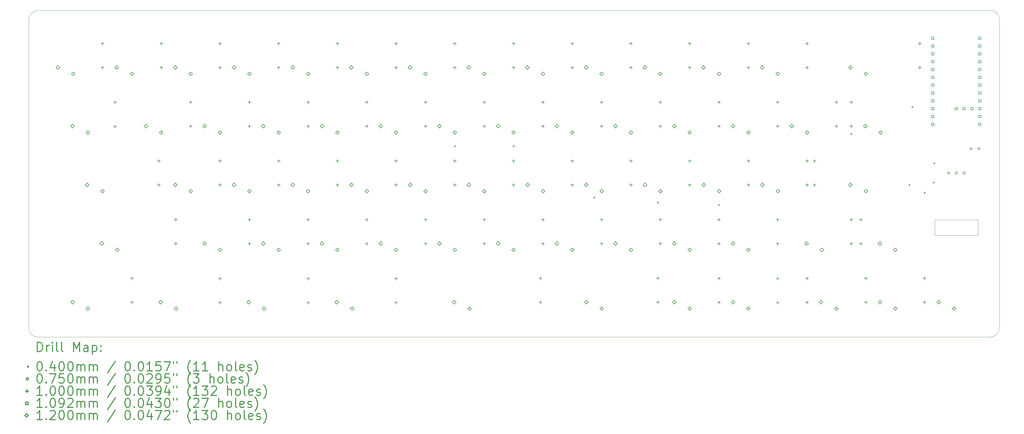
<source format=gbr>
%FSLAX45Y45*%
G04 Gerber Fmt 4.5, Leading zero omitted, Abs format (unit mm)*
G04 Created by KiCad (PCBNEW (5.1.10)-1) date 2022-02-10 09:55:50*
%MOMM*%
%LPD*%
G01*
G04 APERTURE LIST*
%TA.AperFunction,Profile*%
%ADD10C,0.050000*%
%TD*%
%TA.AperFunction,Profile*%
%ADD11C,0.100000*%
%TD*%
%ADD12C,0.200000*%
%ADD13C,0.300000*%
G04 APERTURE END LIST*
D10*
X3140000Y-16115000D02*
G75*
G02*
X2840000Y-15815000I0J300000D01*
G01*
X2840000Y-5815000D02*
G75*
G02*
X3140000Y-5515000I300000J0D01*
G01*
X34040000Y-5515000D02*
G75*
G02*
X34340000Y-5815000I0J-300000D01*
G01*
X34340000Y-15815000D02*
G75*
G02*
X34040000Y-16115000I-300000J0D01*
G01*
D11*
X2840000Y-15815000D02*
X2840000Y-5815000D01*
X3140000Y-5515000D02*
X34040000Y-5515000D01*
X34040000Y-16115000D02*
X3140000Y-16115000D01*
X34340000Y-5815000D02*
X34340000Y-15815000D01*
D10*
X32239290Y-12310830D02*
X32239290Y-12810830D01*
X33639290Y-12310830D02*
X32239290Y-12310830D01*
X33639290Y-12810830D02*
X33639290Y-12310830D01*
X32239290Y-12810830D02*
X33639290Y-12810830D01*
D12*
X16648750Y-9901875D02*
X16688750Y-9941875D01*
X16688750Y-9901875D02*
X16648750Y-9941875D01*
X18553750Y-9902500D02*
X18593750Y-9942500D01*
X18593750Y-9902500D02*
X18553750Y-9942500D01*
X21173125Y-11568750D02*
X21213125Y-11608750D01*
X21213125Y-11568750D02*
X21173125Y-11608750D01*
X23236875Y-11727500D02*
X23276875Y-11767500D01*
X23276875Y-11727500D02*
X23236875Y-11767500D01*
X25221250Y-11806875D02*
X25261250Y-11846875D01*
X25261250Y-11806875D02*
X25221250Y-11846875D01*
X29507500Y-9505000D02*
X29547500Y-9545000D01*
X29547500Y-9505000D02*
X29507500Y-9545000D01*
X31395625Y-11155000D02*
X31435625Y-11195000D01*
X31435625Y-11155000D02*
X31395625Y-11195000D01*
X31491875Y-8631875D02*
X31531875Y-8671875D01*
X31531875Y-8631875D02*
X31491875Y-8671875D01*
X31888750Y-11410000D02*
X31928750Y-11450000D01*
X31928750Y-11410000D02*
X31888750Y-11450000D01*
X32189375Y-11075625D02*
X32229375Y-11115625D01*
X32229375Y-11075625D02*
X32189375Y-11115625D01*
X32206250Y-10457500D02*
X32246250Y-10497500D01*
X32246250Y-10457500D02*
X32206250Y-10497500D01*
X32727500Y-10791840D02*
G75*
G03*
X32727500Y-10791840I-37500J0D01*
G01*
X32977500Y-10791840D02*
G75*
G03*
X32977500Y-10791840I-37500J0D01*
G01*
X33227500Y-10791840D02*
G75*
G03*
X33227500Y-10791840I-37500J0D01*
G01*
X5238750Y-6538125D02*
X5238750Y-6638125D01*
X5188750Y-6588125D02*
X5288750Y-6588125D01*
X5238750Y-7318125D02*
X5238750Y-7418125D01*
X5188750Y-7368125D02*
X5288750Y-7368125D01*
X5640000Y-8448595D02*
X5640000Y-8548595D01*
X5590000Y-8498595D02*
X5690000Y-8498595D01*
X5640000Y-9228595D02*
X5640000Y-9328595D01*
X5590000Y-9278595D02*
X5690000Y-9278595D01*
X6191250Y-14158125D02*
X6191250Y-14258125D01*
X6141250Y-14208125D02*
X6241250Y-14208125D01*
X6191250Y-14938125D02*
X6191250Y-15038125D01*
X6141250Y-14988125D02*
X6241250Y-14988125D01*
X7064375Y-10348125D02*
X7064375Y-10448125D01*
X7014375Y-10398125D02*
X7114375Y-10398125D01*
X7064375Y-11128125D02*
X7064375Y-11228125D01*
X7014375Y-11178125D02*
X7114375Y-11178125D01*
X7143750Y-6538125D02*
X7143750Y-6638125D01*
X7093750Y-6588125D02*
X7193750Y-6588125D01*
X7143750Y-7318125D02*
X7143750Y-7418125D01*
X7093750Y-7368125D02*
X7193750Y-7368125D01*
X7618260Y-12256695D02*
X7618260Y-12356695D01*
X7568260Y-12306695D02*
X7668260Y-12306695D01*
X7618260Y-13036695D02*
X7618260Y-13136695D01*
X7568260Y-13086695D02*
X7668260Y-13086695D01*
X8094480Y-8446935D02*
X8094480Y-8546935D01*
X8044480Y-8496935D02*
X8144480Y-8496935D01*
X8094480Y-9226935D02*
X8094480Y-9326935D01*
X8044480Y-9276935D02*
X8144480Y-9276935D01*
X9046920Y-10351815D02*
X9046920Y-10451815D01*
X8996920Y-10401815D02*
X9096920Y-10401815D01*
X9046920Y-11131815D02*
X9046920Y-11231815D01*
X8996920Y-11181815D02*
X9096920Y-11181815D01*
X9048750Y-6542055D02*
X9048750Y-6642055D01*
X8998750Y-6592055D02*
X9098750Y-6592055D01*
X9048750Y-7322055D02*
X9048750Y-7422055D01*
X8998750Y-7372055D02*
X9098750Y-7372055D01*
X9048750Y-14165000D02*
X9048750Y-14265000D01*
X8998750Y-14215000D02*
X9098750Y-14215000D01*
X9048750Y-14945000D02*
X9048750Y-15045000D01*
X8998750Y-14995000D02*
X9098750Y-14995000D01*
X9999360Y-8446935D02*
X9999360Y-8546935D01*
X9949360Y-8496935D02*
X10049360Y-8496935D01*
X9999360Y-9226935D02*
X9999360Y-9326935D01*
X9949360Y-9276935D02*
X10049360Y-9276935D01*
X9999360Y-12256695D02*
X9999360Y-12356695D01*
X9949360Y-12306695D02*
X10049360Y-12306695D01*
X9999360Y-13036695D02*
X9999360Y-13136695D01*
X9949360Y-13086695D02*
X10049360Y-13086695D01*
X10951800Y-6542055D02*
X10951800Y-6642055D01*
X10901800Y-6592055D02*
X11001800Y-6592055D01*
X10951800Y-7322055D02*
X10951800Y-7422055D01*
X10901800Y-7372055D02*
X11001800Y-7372055D01*
X10951800Y-10351815D02*
X10951800Y-10451815D01*
X10901800Y-10401815D02*
X11001800Y-10401815D01*
X10951800Y-11131815D02*
X10951800Y-11231815D01*
X10901800Y-11181815D02*
X11001800Y-11181815D01*
X11904240Y-8446935D02*
X11904240Y-8546935D01*
X11854240Y-8496935D02*
X11954240Y-8496935D01*
X11904240Y-9226935D02*
X11904240Y-9326935D01*
X11854240Y-9276935D02*
X11954240Y-9276935D01*
X11904240Y-12256695D02*
X11904240Y-12356695D01*
X11854240Y-12306695D02*
X11954240Y-12306695D01*
X11904240Y-13036695D02*
X11904240Y-13136695D01*
X11854240Y-13086695D02*
X11954240Y-13086695D01*
X11906250Y-14165000D02*
X11906250Y-14265000D01*
X11856250Y-14215000D02*
X11956250Y-14215000D01*
X11906250Y-14945000D02*
X11906250Y-15045000D01*
X11856250Y-14995000D02*
X11956250Y-14995000D01*
X12856680Y-6542055D02*
X12856680Y-6642055D01*
X12806680Y-6592055D02*
X12906680Y-6592055D01*
X12856680Y-7322055D02*
X12856680Y-7422055D01*
X12806680Y-7372055D02*
X12906680Y-7372055D01*
X12856680Y-10351815D02*
X12856680Y-10451815D01*
X12806680Y-10401815D02*
X12906680Y-10401815D01*
X12856680Y-11131815D02*
X12856680Y-11231815D01*
X12806680Y-11181815D02*
X12906680Y-11181815D01*
X13809120Y-8446935D02*
X13809120Y-8546935D01*
X13759120Y-8496935D02*
X13859120Y-8496935D01*
X13809120Y-9226935D02*
X13809120Y-9326935D01*
X13759120Y-9276935D02*
X13859120Y-9276935D01*
X13809120Y-12256695D02*
X13809120Y-12356695D01*
X13759120Y-12306695D02*
X13859120Y-12306695D01*
X13809120Y-13036695D02*
X13809120Y-13136695D01*
X13759120Y-13086695D02*
X13859120Y-13086695D01*
X14761560Y-6542055D02*
X14761560Y-6642055D01*
X14711560Y-6592055D02*
X14811560Y-6592055D01*
X14761560Y-7322055D02*
X14761560Y-7422055D01*
X14711560Y-7372055D02*
X14811560Y-7372055D01*
X14761560Y-10351815D02*
X14761560Y-10451815D01*
X14711560Y-10401815D02*
X14811560Y-10401815D01*
X14761560Y-11131815D02*
X14761560Y-11231815D01*
X14711560Y-11181815D02*
X14811560Y-11181815D01*
X14763750Y-14165000D02*
X14763750Y-14265000D01*
X14713750Y-14215000D02*
X14813750Y-14215000D01*
X14763750Y-14945000D02*
X14763750Y-15045000D01*
X14713750Y-14995000D02*
X14813750Y-14995000D01*
X15714000Y-8446935D02*
X15714000Y-8546935D01*
X15664000Y-8496935D02*
X15764000Y-8496935D01*
X15714000Y-9226935D02*
X15714000Y-9326935D01*
X15664000Y-9276935D02*
X15764000Y-9276935D01*
X15714000Y-12256695D02*
X15714000Y-12356695D01*
X15664000Y-12306695D02*
X15764000Y-12306695D01*
X15714000Y-13036695D02*
X15714000Y-13136695D01*
X15664000Y-13086695D02*
X15764000Y-13086695D01*
X16666440Y-6542055D02*
X16666440Y-6642055D01*
X16616440Y-6592055D02*
X16716440Y-6592055D01*
X16666440Y-7322055D02*
X16666440Y-7422055D01*
X16616440Y-7372055D02*
X16716440Y-7372055D01*
X16666440Y-10351815D02*
X16666440Y-10451815D01*
X16616440Y-10401815D02*
X16716440Y-10401815D01*
X16666440Y-11131815D02*
X16666440Y-11231815D01*
X16616440Y-11181815D02*
X16716440Y-11181815D01*
X17618880Y-8446935D02*
X17618880Y-8546935D01*
X17568880Y-8496935D02*
X17668880Y-8496935D01*
X17618880Y-9226935D02*
X17618880Y-9326935D01*
X17568880Y-9276935D02*
X17668880Y-9276935D01*
X17618880Y-12256695D02*
X17618880Y-12356695D01*
X17568880Y-12306695D02*
X17668880Y-12306695D01*
X17618880Y-13036695D02*
X17618880Y-13136695D01*
X17568880Y-13086695D02*
X17668880Y-13086695D01*
X18571320Y-6542055D02*
X18571320Y-6642055D01*
X18521320Y-6592055D02*
X18621320Y-6592055D01*
X18571320Y-7322055D02*
X18571320Y-7422055D01*
X18521320Y-7372055D02*
X18621320Y-7372055D01*
X18571320Y-10351815D02*
X18571320Y-10451815D01*
X18521320Y-10401815D02*
X18621320Y-10401815D01*
X18571320Y-11131815D02*
X18571320Y-11231815D01*
X18521320Y-11181815D02*
X18621320Y-11181815D01*
X19446875Y-14158125D02*
X19446875Y-14258125D01*
X19396875Y-14208125D02*
X19496875Y-14208125D01*
X19446875Y-14938125D02*
X19446875Y-15038125D01*
X19396875Y-14988125D02*
X19496875Y-14988125D01*
X19523760Y-8446935D02*
X19523760Y-8546935D01*
X19473760Y-8496935D02*
X19573760Y-8496935D01*
X19523760Y-9226935D02*
X19523760Y-9326935D01*
X19473760Y-9276935D02*
X19573760Y-9276935D01*
X19523760Y-12256695D02*
X19523760Y-12356695D01*
X19473760Y-12306695D02*
X19573760Y-12306695D01*
X19523760Y-13036695D02*
X19523760Y-13136695D01*
X19473760Y-13086695D02*
X19573760Y-13086695D01*
X20476200Y-6542055D02*
X20476200Y-6642055D01*
X20426200Y-6592055D02*
X20526200Y-6592055D01*
X20476200Y-7322055D02*
X20476200Y-7422055D01*
X20426200Y-7372055D02*
X20526200Y-7372055D01*
X20476200Y-10351815D02*
X20476200Y-10451815D01*
X20426200Y-10401815D02*
X20526200Y-10401815D01*
X20476200Y-11131815D02*
X20476200Y-11231815D01*
X20426200Y-11181815D02*
X20526200Y-11181815D01*
X21428640Y-8446935D02*
X21428640Y-8546935D01*
X21378640Y-8496935D02*
X21478640Y-8496935D01*
X21428640Y-9226935D02*
X21428640Y-9326935D01*
X21378640Y-9276935D02*
X21478640Y-9276935D01*
X21428640Y-12256695D02*
X21428640Y-12356695D01*
X21378640Y-12306695D02*
X21478640Y-12306695D01*
X21428640Y-13036695D02*
X21428640Y-13136695D01*
X21378640Y-13086695D02*
X21478640Y-13086695D01*
X22381080Y-6542055D02*
X22381080Y-6642055D01*
X22331080Y-6592055D02*
X22431080Y-6592055D01*
X22381080Y-7322055D02*
X22381080Y-7422055D01*
X22331080Y-7372055D02*
X22431080Y-7372055D01*
X22381080Y-10351815D02*
X22381080Y-10451815D01*
X22331080Y-10401815D02*
X22431080Y-10401815D01*
X22381080Y-11131815D02*
X22381080Y-11231815D01*
X22331080Y-11181815D02*
X22431080Y-11181815D01*
X23256875Y-14158125D02*
X23256875Y-14258125D01*
X23206875Y-14208125D02*
X23306875Y-14208125D01*
X23256875Y-14938125D02*
X23256875Y-15038125D01*
X23206875Y-14988125D02*
X23306875Y-14988125D01*
X23333520Y-8446935D02*
X23333520Y-8546935D01*
X23283520Y-8496935D02*
X23383520Y-8496935D01*
X23333520Y-9226935D02*
X23333520Y-9326935D01*
X23283520Y-9276935D02*
X23383520Y-9276935D01*
X23333520Y-12256695D02*
X23333520Y-12356695D01*
X23283520Y-12306695D02*
X23383520Y-12306695D01*
X23333520Y-13036695D02*
X23333520Y-13136695D01*
X23283520Y-13086695D02*
X23383520Y-13086695D01*
X24285960Y-6542055D02*
X24285960Y-6642055D01*
X24235960Y-6592055D02*
X24335960Y-6592055D01*
X24285960Y-7322055D02*
X24285960Y-7422055D01*
X24235960Y-7372055D02*
X24335960Y-7372055D01*
X24285960Y-10351815D02*
X24285960Y-10451815D01*
X24235960Y-10401815D02*
X24335960Y-10401815D01*
X24285960Y-11131815D02*
X24285960Y-11231815D01*
X24235960Y-11181815D02*
X24335960Y-11181815D01*
X25238400Y-8446935D02*
X25238400Y-8546935D01*
X25188400Y-8496935D02*
X25288400Y-8496935D01*
X25238400Y-9226935D02*
X25238400Y-9326935D01*
X25188400Y-9276935D02*
X25288400Y-9276935D01*
X25238400Y-12256695D02*
X25238400Y-12356695D01*
X25188400Y-12306695D02*
X25288400Y-12306695D01*
X25238400Y-13036695D02*
X25238400Y-13136695D01*
X25188400Y-13086695D02*
X25288400Y-13086695D01*
X25238400Y-14158125D02*
X25238400Y-14258125D01*
X25188400Y-14208125D02*
X25288400Y-14208125D01*
X25238400Y-14938125D02*
X25238400Y-15038125D01*
X25188400Y-14988125D02*
X25288400Y-14988125D01*
X26190840Y-6542055D02*
X26190840Y-6642055D01*
X26140840Y-6592055D02*
X26240840Y-6592055D01*
X26190840Y-7322055D02*
X26190840Y-7422055D01*
X26140840Y-7372055D02*
X26240840Y-7372055D01*
X26190840Y-10351815D02*
X26190840Y-10451815D01*
X26140840Y-10401815D02*
X26240840Y-10401815D01*
X26190840Y-11131815D02*
X26190840Y-11231815D01*
X26140840Y-11181815D02*
X26240840Y-11181815D01*
X27143280Y-8446935D02*
X27143280Y-8546935D01*
X27093280Y-8496935D02*
X27193280Y-8496935D01*
X27143280Y-9226935D02*
X27143280Y-9326935D01*
X27093280Y-9276935D02*
X27193280Y-9276935D01*
X27143280Y-12256695D02*
X27143280Y-12356695D01*
X27093280Y-12306695D02*
X27193280Y-12306695D01*
X27143280Y-13036695D02*
X27143280Y-13136695D01*
X27093280Y-13086695D02*
X27193280Y-13086695D01*
X27143280Y-14165000D02*
X27143280Y-14265000D01*
X27093280Y-14215000D02*
X27193280Y-14215000D01*
X27143280Y-14945000D02*
X27143280Y-15045000D01*
X27093280Y-14995000D02*
X27193280Y-14995000D01*
X28095720Y-6542055D02*
X28095720Y-6642055D01*
X28045720Y-6592055D02*
X28145720Y-6592055D01*
X28095720Y-7322055D02*
X28095720Y-7422055D01*
X28045720Y-7372055D02*
X28145720Y-7372055D01*
X28098750Y-10351815D02*
X28098750Y-10451815D01*
X28048750Y-10401815D02*
X28148750Y-10401815D01*
X28098750Y-11131815D02*
X28098750Y-11231815D01*
X28048750Y-11181815D02*
X28148750Y-11181815D01*
X28098750Y-14158125D02*
X28098750Y-14258125D01*
X28048750Y-14208125D02*
X28148750Y-14208125D01*
X28098750Y-14938125D02*
X28098750Y-15038125D01*
X28048750Y-14988125D02*
X28148750Y-14988125D01*
X28336875Y-10351815D02*
X28336875Y-10451815D01*
X28286875Y-10401815D02*
X28386875Y-10401815D01*
X28336875Y-11131815D02*
X28336875Y-11231815D01*
X28286875Y-11181815D02*
X28386875Y-11181815D01*
X29048160Y-8446935D02*
X29048160Y-8546935D01*
X28998160Y-8496935D02*
X29098160Y-8496935D01*
X29048160Y-9226935D02*
X29048160Y-9326935D01*
X28998160Y-9276935D02*
X29098160Y-9276935D01*
X29524380Y-8443125D02*
X29524380Y-8543125D01*
X29474380Y-8493125D02*
X29574380Y-8493125D01*
X29524380Y-9223125D02*
X29524380Y-9323125D01*
X29474380Y-9273125D02*
X29574380Y-9273125D01*
X29524380Y-12256695D02*
X29524380Y-12356695D01*
X29474380Y-12306695D02*
X29574380Y-12306695D01*
X29524380Y-13036695D02*
X29524380Y-13136695D01*
X29474380Y-13086695D02*
X29574380Y-13086695D01*
X29843540Y-12257415D02*
X29843540Y-12357415D01*
X29793540Y-12307415D02*
X29893540Y-12307415D01*
X29843540Y-13037415D02*
X29843540Y-13137415D01*
X29793540Y-13087415D02*
X29893540Y-13087415D01*
X30000600Y-14158125D02*
X30000600Y-14258125D01*
X29950600Y-14208125D02*
X30050600Y-14208125D01*
X30000600Y-14938125D02*
X30000600Y-15038125D01*
X29950600Y-14988125D02*
X30050600Y-14988125D01*
X31750000Y-6538125D02*
X31750000Y-6638125D01*
X31700000Y-6588125D02*
X31800000Y-6588125D01*
X31750000Y-7318125D02*
X31750000Y-7418125D01*
X31700000Y-7368125D02*
X31800000Y-7368125D01*
X31905480Y-14158125D02*
X31905480Y-14258125D01*
X31855480Y-14208125D02*
X31955480Y-14208125D01*
X31905480Y-14938125D02*
X31905480Y-15038125D01*
X31855480Y-14988125D02*
X31955480Y-14988125D01*
X33413510Y-9948140D02*
X33413510Y-10048140D01*
X33363510Y-9998140D02*
X33463510Y-9998140D01*
X33667510Y-9948140D02*
X33667510Y-10048140D01*
X33617510Y-9998140D02*
X33717510Y-9998140D01*
X32213905Y-6456615D02*
X32213905Y-6379384D01*
X32136674Y-6379384D01*
X32136674Y-6456615D01*
X32213905Y-6456615D01*
X32213905Y-6710615D02*
X32213905Y-6633384D01*
X32136674Y-6633384D01*
X32136674Y-6710615D01*
X32213905Y-6710615D01*
X32213905Y-6964615D02*
X32213905Y-6887384D01*
X32136674Y-6887384D01*
X32136674Y-6964615D01*
X32213905Y-6964615D01*
X32213905Y-7218615D02*
X32213905Y-7141384D01*
X32136674Y-7141384D01*
X32136674Y-7218615D01*
X32213905Y-7218615D01*
X32213905Y-7472615D02*
X32213905Y-7395384D01*
X32136674Y-7395384D01*
X32136674Y-7472615D01*
X32213905Y-7472615D01*
X32213905Y-7726615D02*
X32213905Y-7649384D01*
X32136674Y-7649384D01*
X32136674Y-7726615D01*
X32213905Y-7726615D01*
X32213905Y-7980615D02*
X32213905Y-7903384D01*
X32136674Y-7903384D01*
X32136674Y-7980615D01*
X32213905Y-7980615D01*
X32213905Y-8234615D02*
X32213905Y-8157384D01*
X32136674Y-8157384D01*
X32136674Y-8234615D01*
X32213905Y-8234615D01*
X32213905Y-8488616D02*
X32213905Y-8411385D01*
X32136674Y-8411385D01*
X32136674Y-8488616D01*
X32213905Y-8488616D01*
X32213905Y-8742616D02*
X32213905Y-8665385D01*
X32136674Y-8665385D01*
X32136674Y-8742616D01*
X32213905Y-8742616D01*
X32213905Y-8996616D02*
X32213905Y-8919385D01*
X32136674Y-8919385D01*
X32136674Y-8996616D01*
X32213905Y-8996616D01*
X32213905Y-9250616D02*
X32213905Y-9173385D01*
X32136674Y-9173385D01*
X32136674Y-9250616D01*
X32213905Y-9250616D01*
X32975905Y-8742616D02*
X32975905Y-8665385D01*
X32898674Y-8665385D01*
X32898674Y-8742616D01*
X32975905Y-8742616D01*
X33229905Y-8742616D02*
X33229905Y-8665385D01*
X33152674Y-8665385D01*
X33152674Y-8742616D01*
X33229905Y-8742616D01*
X33483905Y-8742616D02*
X33483905Y-8665385D01*
X33406674Y-8665385D01*
X33406674Y-8742616D01*
X33483905Y-8742616D01*
X33737906Y-6456615D02*
X33737906Y-6379384D01*
X33660675Y-6379384D01*
X33660675Y-6456615D01*
X33737906Y-6456615D01*
X33737906Y-6710615D02*
X33737906Y-6633384D01*
X33660675Y-6633384D01*
X33660675Y-6710615D01*
X33737906Y-6710615D01*
X33737906Y-6964615D02*
X33737906Y-6887384D01*
X33660675Y-6887384D01*
X33660675Y-6964615D01*
X33737906Y-6964615D01*
X33737906Y-7218615D02*
X33737906Y-7141384D01*
X33660675Y-7141384D01*
X33660675Y-7218615D01*
X33737906Y-7218615D01*
X33737906Y-7472615D02*
X33737906Y-7395384D01*
X33660675Y-7395384D01*
X33660675Y-7472615D01*
X33737906Y-7472615D01*
X33737906Y-7726615D02*
X33737906Y-7649384D01*
X33660675Y-7649384D01*
X33660675Y-7726615D01*
X33737906Y-7726615D01*
X33737906Y-7980615D02*
X33737906Y-7903384D01*
X33660675Y-7903384D01*
X33660675Y-7980615D01*
X33737906Y-7980615D01*
X33737906Y-8234615D02*
X33737906Y-8157384D01*
X33660675Y-8157384D01*
X33660675Y-8234615D01*
X33737906Y-8234615D01*
X33737906Y-8488616D02*
X33737906Y-8411385D01*
X33660675Y-8411385D01*
X33660675Y-8488616D01*
X33737906Y-8488616D01*
X33737906Y-8742616D02*
X33737906Y-8665385D01*
X33660675Y-8665385D01*
X33660675Y-8742616D01*
X33737906Y-8742616D01*
X33737906Y-8996616D02*
X33737906Y-8919385D01*
X33660675Y-8919385D01*
X33660675Y-8996616D01*
X33737906Y-8996616D01*
X33737906Y-9250616D02*
X33737906Y-9173385D01*
X33660675Y-9173385D01*
X33660675Y-9250616D01*
X33737906Y-9250616D01*
X3786250Y-7425000D02*
X3846250Y-7365000D01*
X3786250Y-7305000D01*
X3726250Y-7365000D01*
X3786250Y-7425000D01*
X4262194Y-9329429D02*
X4322194Y-9269429D01*
X4262194Y-9209429D01*
X4202194Y-9269429D01*
X4262194Y-9329429D01*
X4262194Y-15044062D02*
X4322194Y-14984062D01*
X4262194Y-14924062D01*
X4202194Y-14984062D01*
X4262194Y-15044062D01*
X4286250Y-7635000D02*
X4346250Y-7575000D01*
X4286250Y-7515000D01*
X4226250Y-7575000D01*
X4286250Y-7635000D01*
X4738750Y-11235000D02*
X4798750Y-11175000D01*
X4738750Y-11115000D01*
X4678750Y-11175000D01*
X4738750Y-11235000D01*
X4762194Y-9539429D02*
X4822194Y-9479429D01*
X4762194Y-9419429D01*
X4702194Y-9479429D01*
X4762194Y-9539429D01*
X4762194Y-15254062D02*
X4822194Y-15194062D01*
X4762194Y-15134062D01*
X4702194Y-15194062D01*
X4762194Y-15254062D01*
X5215000Y-13140000D02*
X5275000Y-13080000D01*
X5215000Y-13020000D01*
X5155000Y-13080000D01*
X5215000Y-13140000D01*
X5238750Y-11445000D02*
X5298750Y-11385000D01*
X5238750Y-11325000D01*
X5178750Y-11385000D01*
X5238750Y-11445000D01*
X5691250Y-7425000D02*
X5751250Y-7365000D01*
X5691250Y-7305000D01*
X5631250Y-7365000D01*
X5691250Y-7425000D01*
X5715000Y-13350000D02*
X5775000Y-13290000D01*
X5715000Y-13230000D01*
X5655000Y-13290000D01*
X5715000Y-13350000D01*
X6191250Y-7635000D02*
X6251250Y-7575000D01*
X6191250Y-7515000D01*
X6131250Y-7575000D01*
X6191250Y-7635000D01*
X6642040Y-9330000D02*
X6702040Y-9270000D01*
X6642040Y-9210000D01*
X6582040Y-9270000D01*
X6642040Y-9330000D01*
X7120000Y-15045000D02*
X7180000Y-14985000D01*
X7120000Y-14925000D01*
X7060000Y-14985000D01*
X7120000Y-15045000D01*
X7142040Y-9540000D02*
X7202040Y-9480000D01*
X7142040Y-9420000D01*
X7082040Y-9480000D01*
X7142040Y-9540000D01*
X7596250Y-7425000D02*
X7656250Y-7365000D01*
X7596250Y-7305000D01*
X7536250Y-7365000D01*
X7596250Y-7425000D01*
X7596250Y-11235000D02*
X7656250Y-11175000D01*
X7596250Y-11115000D01*
X7536250Y-11175000D01*
X7596250Y-11235000D01*
X7620000Y-15255000D02*
X7680000Y-15195000D01*
X7620000Y-15135000D01*
X7560000Y-15195000D01*
X7620000Y-15255000D01*
X8096250Y-7635000D02*
X8156250Y-7575000D01*
X8096250Y-7515000D01*
X8036250Y-7575000D01*
X8096250Y-7635000D01*
X8096250Y-11445000D02*
X8156250Y-11385000D01*
X8096250Y-11325000D01*
X8036250Y-11385000D01*
X8096250Y-11445000D01*
X8546920Y-9330000D02*
X8606920Y-9270000D01*
X8546920Y-9210000D01*
X8486920Y-9270000D01*
X8546920Y-9330000D01*
X8546920Y-13140000D02*
X8606920Y-13080000D01*
X8546920Y-13020000D01*
X8486920Y-13080000D01*
X8546920Y-13140000D01*
X9046920Y-9540000D02*
X9106920Y-9480000D01*
X9046920Y-9420000D01*
X8986920Y-9480000D01*
X9046920Y-9540000D01*
X9046920Y-13350000D02*
X9106920Y-13290000D01*
X9046920Y-13230000D01*
X8986920Y-13290000D01*
X9046920Y-13350000D01*
X9501250Y-7425000D02*
X9561250Y-7365000D01*
X9501250Y-7305000D01*
X9441250Y-7365000D01*
X9501250Y-7425000D01*
X9501250Y-11235000D02*
X9561250Y-11175000D01*
X9501250Y-11115000D01*
X9441250Y-11175000D01*
X9501250Y-11235000D01*
X9977500Y-15045000D02*
X10037500Y-14985000D01*
X9977500Y-14925000D01*
X9917500Y-14985000D01*
X9977500Y-15045000D01*
X10001250Y-7635000D02*
X10061250Y-7575000D01*
X10001250Y-7515000D01*
X9941250Y-7575000D01*
X10001250Y-7635000D01*
X10001250Y-11445000D02*
X10061250Y-11385000D01*
X10001250Y-11325000D01*
X9941250Y-11385000D01*
X10001250Y-11445000D01*
X10451800Y-9330000D02*
X10511800Y-9270000D01*
X10451800Y-9210000D01*
X10391800Y-9270000D01*
X10451800Y-9330000D01*
X10453750Y-13140000D02*
X10513750Y-13080000D01*
X10453750Y-13020000D01*
X10393750Y-13080000D01*
X10453750Y-13140000D01*
X10477500Y-15255000D02*
X10537500Y-15195000D01*
X10477500Y-15135000D01*
X10417500Y-15195000D01*
X10477500Y-15255000D01*
X10951800Y-9540000D02*
X11011800Y-9480000D01*
X10951800Y-9420000D01*
X10891800Y-9480000D01*
X10951800Y-9540000D01*
X10953750Y-13350000D02*
X11013750Y-13290000D01*
X10953750Y-13230000D01*
X10893750Y-13290000D01*
X10953750Y-13350000D01*
X11406250Y-7425000D02*
X11466250Y-7365000D01*
X11406250Y-7305000D01*
X11346250Y-7365000D01*
X11406250Y-7425000D01*
X11406250Y-11235000D02*
X11466250Y-11175000D01*
X11406250Y-11115000D01*
X11346250Y-11175000D01*
X11406250Y-11235000D01*
X11906250Y-7635000D02*
X11966250Y-7575000D01*
X11906250Y-7515000D01*
X11846250Y-7575000D01*
X11906250Y-7635000D01*
X11906250Y-11445000D02*
X11966250Y-11385000D01*
X11906250Y-11325000D01*
X11846250Y-11385000D01*
X11906250Y-11445000D01*
X12356680Y-9330000D02*
X12416680Y-9270000D01*
X12356680Y-9210000D01*
X12296680Y-9270000D01*
X12356680Y-9330000D01*
X12358750Y-13140000D02*
X12418750Y-13080000D01*
X12358750Y-13020000D01*
X12298750Y-13080000D01*
X12358750Y-13140000D01*
X12835000Y-15045000D02*
X12895000Y-14985000D01*
X12835000Y-14925000D01*
X12775000Y-14985000D01*
X12835000Y-15045000D01*
X12856680Y-9540000D02*
X12916680Y-9480000D01*
X12856680Y-9420000D01*
X12796680Y-9480000D01*
X12856680Y-9540000D01*
X12858750Y-13350000D02*
X12918750Y-13290000D01*
X12858750Y-13230000D01*
X12798750Y-13290000D01*
X12858750Y-13350000D01*
X13309120Y-7425000D02*
X13369120Y-7365000D01*
X13309120Y-7305000D01*
X13249120Y-7365000D01*
X13309120Y-7425000D01*
X13311250Y-11235000D02*
X13371250Y-11175000D01*
X13311250Y-11115000D01*
X13251250Y-11175000D01*
X13311250Y-11235000D01*
X13335000Y-15255000D02*
X13395000Y-15195000D01*
X13335000Y-15135000D01*
X13275000Y-15195000D01*
X13335000Y-15255000D01*
X13809120Y-7635000D02*
X13869120Y-7575000D01*
X13809120Y-7515000D01*
X13749120Y-7575000D01*
X13809120Y-7635000D01*
X13811250Y-11445000D02*
X13871250Y-11385000D01*
X13811250Y-11325000D01*
X13751250Y-11385000D01*
X13811250Y-11445000D01*
X14263750Y-9330000D02*
X14323750Y-9270000D01*
X14263750Y-9210000D01*
X14203750Y-9270000D01*
X14263750Y-9330000D01*
X14263750Y-13140000D02*
X14323750Y-13080000D01*
X14263750Y-13020000D01*
X14203750Y-13080000D01*
X14263750Y-13140000D01*
X14763750Y-9540000D02*
X14823750Y-9480000D01*
X14763750Y-9420000D01*
X14703750Y-9480000D01*
X14763750Y-9540000D01*
X14763750Y-13350000D02*
X14823750Y-13290000D01*
X14763750Y-13230000D01*
X14703750Y-13290000D01*
X14763750Y-13350000D01*
X15214000Y-7425000D02*
X15274000Y-7365000D01*
X15214000Y-7305000D01*
X15154000Y-7365000D01*
X15214000Y-7425000D01*
X15216250Y-11235000D02*
X15276250Y-11175000D01*
X15216250Y-11115000D01*
X15156250Y-11175000D01*
X15216250Y-11235000D01*
X15714000Y-7635000D02*
X15774000Y-7575000D01*
X15714000Y-7515000D01*
X15654000Y-7575000D01*
X15714000Y-7635000D01*
X15716250Y-11445000D02*
X15776250Y-11385000D01*
X15716250Y-11325000D01*
X15656250Y-11385000D01*
X15716250Y-11445000D01*
X16166440Y-9330000D02*
X16226440Y-9270000D01*
X16166440Y-9210000D01*
X16106440Y-9270000D01*
X16166440Y-9330000D01*
X16168750Y-13140000D02*
X16228750Y-13080000D01*
X16168750Y-13020000D01*
X16108750Y-13080000D01*
X16168750Y-13140000D01*
X16645000Y-15045000D02*
X16705000Y-14985000D01*
X16645000Y-14925000D01*
X16585000Y-14985000D01*
X16645000Y-15045000D01*
X16666440Y-9540000D02*
X16726440Y-9480000D01*
X16666440Y-9420000D01*
X16606440Y-9480000D01*
X16666440Y-9540000D01*
X16668750Y-13350000D02*
X16728750Y-13290000D01*
X16668750Y-13230000D01*
X16608750Y-13290000D01*
X16668750Y-13350000D01*
X17118880Y-7425000D02*
X17178880Y-7365000D01*
X17118880Y-7305000D01*
X17058880Y-7365000D01*
X17118880Y-7425000D01*
X17121250Y-11235000D02*
X17181250Y-11175000D01*
X17121250Y-11115000D01*
X17061250Y-11175000D01*
X17121250Y-11235000D01*
X17145000Y-15255000D02*
X17205000Y-15195000D01*
X17145000Y-15135000D01*
X17085000Y-15195000D01*
X17145000Y-15255000D01*
X17618880Y-7635000D02*
X17678880Y-7575000D01*
X17618880Y-7515000D01*
X17558880Y-7575000D01*
X17618880Y-7635000D01*
X17621250Y-11445000D02*
X17681250Y-11385000D01*
X17621250Y-11325000D01*
X17561250Y-11385000D01*
X17621250Y-11445000D01*
X18071320Y-9330000D02*
X18131320Y-9270000D01*
X18071320Y-9210000D01*
X18011320Y-9270000D01*
X18071320Y-9330000D01*
X18073750Y-13140000D02*
X18133750Y-13080000D01*
X18073750Y-13020000D01*
X18013750Y-13080000D01*
X18073750Y-13140000D01*
X18571320Y-9540000D02*
X18631320Y-9480000D01*
X18571320Y-9420000D01*
X18511320Y-9480000D01*
X18571320Y-9540000D01*
X18573750Y-13350000D02*
X18633750Y-13290000D01*
X18573750Y-13230000D01*
X18513750Y-13290000D01*
X18573750Y-13350000D01*
X19023760Y-7425000D02*
X19083760Y-7365000D01*
X19023760Y-7305000D01*
X18963760Y-7365000D01*
X19023760Y-7425000D01*
X19026250Y-11235000D02*
X19086250Y-11175000D01*
X19026250Y-11115000D01*
X18966250Y-11175000D01*
X19026250Y-11235000D01*
X19523760Y-7635000D02*
X19583760Y-7575000D01*
X19523760Y-7515000D01*
X19463760Y-7575000D01*
X19523760Y-7635000D01*
X19526250Y-11445000D02*
X19586250Y-11385000D01*
X19526250Y-11325000D01*
X19466250Y-11385000D01*
X19526250Y-11445000D01*
X19978750Y-9330000D02*
X20038750Y-9270000D01*
X19978750Y-9210000D01*
X19918750Y-9270000D01*
X19978750Y-9330000D01*
X19978750Y-13140000D02*
X20038750Y-13080000D01*
X19978750Y-13020000D01*
X19918750Y-13080000D01*
X19978750Y-13140000D01*
X20478750Y-9540000D02*
X20538750Y-9480000D01*
X20478750Y-9420000D01*
X20418750Y-9480000D01*
X20478750Y-9540000D01*
X20478750Y-13350000D02*
X20538750Y-13290000D01*
X20478750Y-13230000D01*
X20418750Y-13290000D01*
X20478750Y-13350000D01*
X20928640Y-7425000D02*
X20988640Y-7365000D01*
X20928640Y-7305000D01*
X20868640Y-7365000D01*
X20928640Y-7425000D01*
X20931250Y-11235000D02*
X20991250Y-11175000D01*
X20931250Y-11115000D01*
X20871250Y-11175000D01*
X20931250Y-11235000D01*
X20931250Y-15045000D02*
X20991250Y-14985000D01*
X20931250Y-14925000D01*
X20871250Y-14985000D01*
X20931250Y-15045000D01*
X21428640Y-7635000D02*
X21488640Y-7575000D01*
X21428640Y-7515000D01*
X21368640Y-7575000D01*
X21428640Y-7635000D01*
X21431250Y-11445000D02*
X21491250Y-11385000D01*
X21431250Y-11325000D01*
X21371250Y-11385000D01*
X21431250Y-11445000D01*
X21431250Y-15255000D02*
X21491250Y-15195000D01*
X21431250Y-15135000D01*
X21371250Y-15195000D01*
X21431250Y-15255000D01*
X21883750Y-9330000D02*
X21943750Y-9270000D01*
X21883750Y-9210000D01*
X21823750Y-9270000D01*
X21883750Y-9330000D01*
X21883750Y-13140000D02*
X21943750Y-13080000D01*
X21883750Y-13020000D01*
X21823750Y-13080000D01*
X21883750Y-13140000D01*
X22383750Y-9540000D02*
X22443750Y-9480000D01*
X22383750Y-9420000D01*
X22323750Y-9480000D01*
X22383750Y-9540000D01*
X22383750Y-13350000D02*
X22443750Y-13290000D01*
X22383750Y-13230000D01*
X22323750Y-13290000D01*
X22383750Y-13350000D01*
X22833520Y-7425000D02*
X22893520Y-7365000D01*
X22833520Y-7305000D01*
X22773520Y-7365000D01*
X22833520Y-7425000D01*
X22836250Y-11235000D02*
X22896250Y-11175000D01*
X22836250Y-11115000D01*
X22776250Y-11175000D01*
X22836250Y-11235000D01*
X23333520Y-7635000D02*
X23393520Y-7575000D01*
X23333520Y-7515000D01*
X23273520Y-7575000D01*
X23333520Y-7635000D01*
X23336250Y-11445000D02*
X23396250Y-11385000D01*
X23336250Y-11325000D01*
X23276250Y-11385000D01*
X23336250Y-11445000D01*
X23788750Y-9330000D02*
X23848750Y-9270000D01*
X23788750Y-9210000D01*
X23728750Y-9270000D01*
X23788750Y-9330000D01*
X23788750Y-13140000D02*
X23848750Y-13080000D01*
X23788750Y-13020000D01*
X23728750Y-13080000D01*
X23788750Y-13140000D01*
X23788750Y-15045000D02*
X23848750Y-14985000D01*
X23788750Y-14925000D01*
X23728750Y-14985000D01*
X23788750Y-15045000D01*
X24288750Y-9540000D02*
X24348750Y-9480000D01*
X24288750Y-9420000D01*
X24228750Y-9480000D01*
X24288750Y-9540000D01*
X24288750Y-13350000D02*
X24348750Y-13290000D01*
X24288750Y-13230000D01*
X24228750Y-13290000D01*
X24288750Y-13350000D01*
X24288750Y-15255000D02*
X24348750Y-15195000D01*
X24288750Y-15135000D01*
X24228750Y-15195000D01*
X24288750Y-15255000D01*
X24738400Y-7425000D02*
X24798400Y-7365000D01*
X24738400Y-7305000D01*
X24678400Y-7365000D01*
X24738400Y-7425000D01*
X24741250Y-11235000D02*
X24801250Y-11175000D01*
X24741250Y-11115000D01*
X24681250Y-11175000D01*
X24741250Y-11235000D01*
X25238400Y-7635000D02*
X25298400Y-7575000D01*
X25238400Y-7515000D01*
X25178400Y-7575000D01*
X25238400Y-7635000D01*
X25241250Y-11445000D02*
X25301250Y-11385000D01*
X25241250Y-11325000D01*
X25181250Y-11385000D01*
X25241250Y-11445000D01*
X25693750Y-9330000D02*
X25753750Y-9270000D01*
X25693750Y-9210000D01*
X25633750Y-9270000D01*
X25693750Y-9330000D01*
X25693750Y-13140000D02*
X25753750Y-13080000D01*
X25693750Y-13020000D01*
X25633750Y-13080000D01*
X25693750Y-13140000D01*
X25693750Y-15045000D02*
X25753750Y-14985000D01*
X25693750Y-14925000D01*
X25633750Y-14985000D01*
X25693750Y-15045000D01*
X26193750Y-9540000D02*
X26253750Y-9480000D01*
X26193750Y-9420000D01*
X26133750Y-9480000D01*
X26193750Y-9540000D01*
X26193750Y-13350000D02*
X26253750Y-13290000D01*
X26193750Y-13230000D01*
X26133750Y-13290000D01*
X26193750Y-13350000D01*
X26193750Y-15255000D02*
X26253750Y-15195000D01*
X26193750Y-15135000D01*
X26133750Y-15195000D01*
X26193750Y-15255000D01*
X26643280Y-7425000D02*
X26703280Y-7365000D01*
X26643280Y-7305000D01*
X26583280Y-7365000D01*
X26643280Y-7425000D01*
X26646250Y-11235000D02*
X26706250Y-11175000D01*
X26646250Y-11115000D01*
X26586250Y-11175000D01*
X26646250Y-11235000D01*
X27143280Y-7635000D02*
X27203280Y-7575000D01*
X27143280Y-7515000D01*
X27083280Y-7575000D01*
X27143280Y-7635000D01*
X27146250Y-11445000D02*
X27206250Y-11385000D01*
X27146250Y-11325000D01*
X27086250Y-11385000D01*
X27146250Y-11445000D01*
X27598750Y-9330000D02*
X27658750Y-9270000D01*
X27598750Y-9210000D01*
X27538750Y-9270000D01*
X27598750Y-9330000D01*
X28075000Y-13140000D02*
X28135000Y-13080000D01*
X28075000Y-13020000D01*
X28015000Y-13080000D01*
X28075000Y-13140000D01*
X28098750Y-9540000D02*
X28158750Y-9480000D01*
X28098750Y-9420000D01*
X28038750Y-9480000D01*
X28098750Y-9540000D01*
X28548160Y-15045000D02*
X28608160Y-14985000D01*
X28548160Y-14925000D01*
X28488160Y-14985000D01*
X28548160Y-15045000D01*
X28575000Y-13350000D02*
X28635000Y-13290000D01*
X28575000Y-13230000D01*
X28515000Y-13290000D01*
X28575000Y-13350000D01*
X29048160Y-15255000D02*
X29108160Y-15195000D01*
X29048160Y-15135000D01*
X28988160Y-15195000D01*
X29048160Y-15255000D01*
X29500600Y-7425000D02*
X29560600Y-7365000D01*
X29500600Y-7305000D01*
X29440600Y-7365000D01*
X29500600Y-7425000D01*
X29503750Y-11235000D02*
X29563750Y-11175000D01*
X29503750Y-11115000D01*
X29443750Y-11175000D01*
X29503750Y-11235000D01*
X29982410Y-9330000D02*
X30042410Y-9270000D01*
X29982410Y-9210000D01*
X29922410Y-9270000D01*
X29982410Y-9330000D01*
X30000600Y-7635000D02*
X30060600Y-7575000D01*
X30000600Y-7515000D01*
X29940600Y-7575000D01*
X30000600Y-7635000D01*
X30003750Y-11445000D02*
X30063750Y-11385000D01*
X30003750Y-11325000D01*
X29943750Y-11385000D01*
X30003750Y-11445000D01*
X30456250Y-13140000D02*
X30516250Y-13080000D01*
X30456250Y-13020000D01*
X30396250Y-13080000D01*
X30456250Y-13140000D01*
X30456250Y-15045000D02*
X30516250Y-14985000D01*
X30456250Y-14925000D01*
X30396250Y-14985000D01*
X30456250Y-15045000D01*
X30482410Y-9540000D02*
X30542410Y-9480000D01*
X30482410Y-9420000D01*
X30422410Y-9480000D01*
X30482410Y-9540000D01*
X30956250Y-13350000D02*
X31016250Y-13290000D01*
X30956250Y-13230000D01*
X30896250Y-13290000D01*
X30956250Y-13350000D01*
X30956250Y-15255000D02*
X31016250Y-15195000D01*
X30956250Y-15135000D01*
X30896250Y-15195000D01*
X30956250Y-15255000D01*
X32361250Y-15045000D02*
X32421250Y-14985000D01*
X32361250Y-14925000D01*
X32301250Y-14985000D01*
X32361250Y-15045000D01*
X32861250Y-15255000D02*
X32921250Y-15195000D01*
X32861250Y-15135000D01*
X32801250Y-15195000D01*
X32861250Y-15255000D01*
D13*
X3121428Y-16585714D02*
X3121428Y-16285714D01*
X3192857Y-16285714D01*
X3235714Y-16300000D01*
X3264286Y-16328571D01*
X3278571Y-16357143D01*
X3292857Y-16414286D01*
X3292857Y-16457143D01*
X3278571Y-16514286D01*
X3264286Y-16542857D01*
X3235714Y-16571429D01*
X3192857Y-16585714D01*
X3121428Y-16585714D01*
X3421428Y-16585714D02*
X3421428Y-16385714D01*
X3421428Y-16442857D02*
X3435714Y-16414286D01*
X3450000Y-16400000D01*
X3478571Y-16385714D01*
X3507143Y-16385714D01*
X3607143Y-16585714D02*
X3607143Y-16385714D01*
X3607143Y-16285714D02*
X3592857Y-16300000D01*
X3607143Y-16314286D01*
X3621428Y-16300000D01*
X3607143Y-16285714D01*
X3607143Y-16314286D01*
X3792857Y-16585714D02*
X3764286Y-16571429D01*
X3750000Y-16542857D01*
X3750000Y-16285714D01*
X3950000Y-16585714D02*
X3921428Y-16571429D01*
X3907143Y-16542857D01*
X3907143Y-16285714D01*
X4292857Y-16585714D02*
X4292857Y-16285714D01*
X4392857Y-16500000D01*
X4492857Y-16285714D01*
X4492857Y-16585714D01*
X4764286Y-16585714D02*
X4764286Y-16428571D01*
X4750000Y-16400000D01*
X4721428Y-16385714D01*
X4664286Y-16385714D01*
X4635714Y-16400000D01*
X4764286Y-16571429D02*
X4735714Y-16585714D01*
X4664286Y-16585714D01*
X4635714Y-16571429D01*
X4621428Y-16542857D01*
X4621428Y-16514286D01*
X4635714Y-16485714D01*
X4664286Y-16471429D01*
X4735714Y-16471429D01*
X4764286Y-16457143D01*
X4907143Y-16385714D02*
X4907143Y-16685714D01*
X4907143Y-16400000D02*
X4935714Y-16385714D01*
X4992857Y-16385714D01*
X5021428Y-16400000D01*
X5035714Y-16414286D01*
X5050000Y-16442857D01*
X5050000Y-16528571D01*
X5035714Y-16557143D01*
X5021428Y-16571429D01*
X4992857Y-16585714D01*
X4935714Y-16585714D01*
X4907143Y-16571429D01*
X5178571Y-16557143D02*
X5192857Y-16571429D01*
X5178571Y-16585714D01*
X5164286Y-16571429D01*
X5178571Y-16557143D01*
X5178571Y-16585714D01*
X5178571Y-16400000D02*
X5192857Y-16414286D01*
X5178571Y-16428571D01*
X5164286Y-16414286D01*
X5178571Y-16400000D01*
X5178571Y-16428571D01*
X2795000Y-17060000D02*
X2835000Y-17100000D01*
X2835000Y-17060000D02*
X2795000Y-17100000D01*
X3178571Y-16915714D02*
X3207143Y-16915714D01*
X3235714Y-16930000D01*
X3250000Y-16944286D01*
X3264286Y-16972857D01*
X3278571Y-17030000D01*
X3278571Y-17101429D01*
X3264286Y-17158572D01*
X3250000Y-17187143D01*
X3235714Y-17201429D01*
X3207143Y-17215714D01*
X3178571Y-17215714D01*
X3150000Y-17201429D01*
X3135714Y-17187143D01*
X3121428Y-17158572D01*
X3107143Y-17101429D01*
X3107143Y-17030000D01*
X3121428Y-16972857D01*
X3135714Y-16944286D01*
X3150000Y-16930000D01*
X3178571Y-16915714D01*
X3407143Y-17187143D02*
X3421428Y-17201429D01*
X3407143Y-17215714D01*
X3392857Y-17201429D01*
X3407143Y-17187143D01*
X3407143Y-17215714D01*
X3678571Y-17015714D02*
X3678571Y-17215714D01*
X3607143Y-16901429D02*
X3535714Y-17115714D01*
X3721428Y-17115714D01*
X3892857Y-16915714D02*
X3921428Y-16915714D01*
X3950000Y-16930000D01*
X3964286Y-16944286D01*
X3978571Y-16972857D01*
X3992857Y-17030000D01*
X3992857Y-17101429D01*
X3978571Y-17158572D01*
X3964286Y-17187143D01*
X3950000Y-17201429D01*
X3921428Y-17215714D01*
X3892857Y-17215714D01*
X3864286Y-17201429D01*
X3850000Y-17187143D01*
X3835714Y-17158572D01*
X3821428Y-17101429D01*
X3821428Y-17030000D01*
X3835714Y-16972857D01*
X3850000Y-16944286D01*
X3864286Y-16930000D01*
X3892857Y-16915714D01*
X4178571Y-16915714D02*
X4207143Y-16915714D01*
X4235714Y-16930000D01*
X4250000Y-16944286D01*
X4264286Y-16972857D01*
X4278571Y-17030000D01*
X4278571Y-17101429D01*
X4264286Y-17158572D01*
X4250000Y-17187143D01*
X4235714Y-17201429D01*
X4207143Y-17215714D01*
X4178571Y-17215714D01*
X4150000Y-17201429D01*
X4135714Y-17187143D01*
X4121428Y-17158572D01*
X4107143Y-17101429D01*
X4107143Y-17030000D01*
X4121428Y-16972857D01*
X4135714Y-16944286D01*
X4150000Y-16930000D01*
X4178571Y-16915714D01*
X4407143Y-17215714D02*
X4407143Y-17015714D01*
X4407143Y-17044286D02*
X4421428Y-17030000D01*
X4450000Y-17015714D01*
X4492857Y-17015714D01*
X4521428Y-17030000D01*
X4535714Y-17058572D01*
X4535714Y-17215714D01*
X4535714Y-17058572D02*
X4550000Y-17030000D01*
X4578571Y-17015714D01*
X4621428Y-17015714D01*
X4650000Y-17030000D01*
X4664286Y-17058572D01*
X4664286Y-17215714D01*
X4807143Y-17215714D02*
X4807143Y-17015714D01*
X4807143Y-17044286D02*
X4821428Y-17030000D01*
X4850000Y-17015714D01*
X4892857Y-17015714D01*
X4921428Y-17030000D01*
X4935714Y-17058572D01*
X4935714Y-17215714D01*
X4935714Y-17058572D02*
X4950000Y-17030000D01*
X4978571Y-17015714D01*
X5021428Y-17015714D01*
X5050000Y-17030000D01*
X5064286Y-17058572D01*
X5064286Y-17215714D01*
X5650000Y-16901429D02*
X5392857Y-17287143D01*
X6035714Y-16915714D02*
X6064286Y-16915714D01*
X6092857Y-16930000D01*
X6107143Y-16944286D01*
X6121428Y-16972857D01*
X6135714Y-17030000D01*
X6135714Y-17101429D01*
X6121428Y-17158572D01*
X6107143Y-17187143D01*
X6092857Y-17201429D01*
X6064286Y-17215714D01*
X6035714Y-17215714D01*
X6007143Y-17201429D01*
X5992857Y-17187143D01*
X5978571Y-17158572D01*
X5964286Y-17101429D01*
X5964286Y-17030000D01*
X5978571Y-16972857D01*
X5992857Y-16944286D01*
X6007143Y-16930000D01*
X6035714Y-16915714D01*
X6264286Y-17187143D02*
X6278571Y-17201429D01*
X6264286Y-17215714D01*
X6250000Y-17201429D01*
X6264286Y-17187143D01*
X6264286Y-17215714D01*
X6464286Y-16915714D02*
X6492857Y-16915714D01*
X6521428Y-16930000D01*
X6535714Y-16944286D01*
X6550000Y-16972857D01*
X6564286Y-17030000D01*
X6564286Y-17101429D01*
X6550000Y-17158572D01*
X6535714Y-17187143D01*
X6521428Y-17201429D01*
X6492857Y-17215714D01*
X6464286Y-17215714D01*
X6435714Y-17201429D01*
X6421428Y-17187143D01*
X6407143Y-17158572D01*
X6392857Y-17101429D01*
X6392857Y-17030000D01*
X6407143Y-16972857D01*
X6421428Y-16944286D01*
X6435714Y-16930000D01*
X6464286Y-16915714D01*
X6850000Y-17215714D02*
X6678571Y-17215714D01*
X6764286Y-17215714D02*
X6764286Y-16915714D01*
X6735714Y-16958572D01*
X6707143Y-16987143D01*
X6678571Y-17001429D01*
X7121428Y-16915714D02*
X6978571Y-16915714D01*
X6964286Y-17058572D01*
X6978571Y-17044286D01*
X7007143Y-17030000D01*
X7078571Y-17030000D01*
X7107143Y-17044286D01*
X7121428Y-17058572D01*
X7135714Y-17087143D01*
X7135714Y-17158572D01*
X7121428Y-17187143D01*
X7107143Y-17201429D01*
X7078571Y-17215714D01*
X7007143Y-17215714D01*
X6978571Y-17201429D01*
X6964286Y-17187143D01*
X7235714Y-16915714D02*
X7435714Y-16915714D01*
X7307143Y-17215714D01*
X7535714Y-16915714D02*
X7535714Y-16972857D01*
X7650000Y-16915714D02*
X7650000Y-16972857D01*
X8092857Y-17330000D02*
X8078571Y-17315714D01*
X8050000Y-17272857D01*
X8035714Y-17244286D01*
X8021428Y-17201429D01*
X8007143Y-17130000D01*
X8007143Y-17072857D01*
X8021428Y-17001429D01*
X8035714Y-16958572D01*
X8050000Y-16930000D01*
X8078571Y-16887143D01*
X8092857Y-16872857D01*
X8364286Y-17215714D02*
X8192857Y-17215714D01*
X8278571Y-17215714D02*
X8278571Y-16915714D01*
X8250000Y-16958572D01*
X8221428Y-16987143D01*
X8192857Y-17001429D01*
X8650000Y-17215714D02*
X8478571Y-17215714D01*
X8564286Y-17215714D02*
X8564286Y-16915714D01*
X8535714Y-16958572D01*
X8507143Y-16987143D01*
X8478571Y-17001429D01*
X9007143Y-17215714D02*
X9007143Y-16915714D01*
X9135714Y-17215714D02*
X9135714Y-17058572D01*
X9121428Y-17030000D01*
X9092857Y-17015714D01*
X9050000Y-17015714D01*
X9021428Y-17030000D01*
X9007143Y-17044286D01*
X9321428Y-17215714D02*
X9292857Y-17201429D01*
X9278571Y-17187143D01*
X9264286Y-17158572D01*
X9264286Y-17072857D01*
X9278571Y-17044286D01*
X9292857Y-17030000D01*
X9321428Y-17015714D01*
X9364286Y-17015714D01*
X9392857Y-17030000D01*
X9407143Y-17044286D01*
X9421428Y-17072857D01*
X9421428Y-17158572D01*
X9407143Y-17187143D01*
X9392857Y-17201429D01*
X9364286Y-17215714D01*
X9321428Y-17215714D01*
X9592857Y-17215714D02*
X9564286Y-17201429D01*
X9550000Y-17172857D01*
X9550000Y-16915714D01*
X9821428Y-17201429D02*
X9792857Y-17215714D01*
X9735714Y-17215714D01*
X9707143Y-17201429D01*
X9692857Y-17172857D01*
X9692857Y-17058572D01*
X9707143Y-17030000D01*
X9735714Y-17015714D01*
X9792857Y-17015714D01*
X9821428Y-17030000D01*
X9835714Y-17058572D01*
X9835714Y-17087143D01*
X9692857Y-17115714D01*
X9950000Y-17201429D02*
X9978571Y-17215714D01*
X10035714Y-17215714D01*
X10064286Y-17201429D01*
X10078571Y-17172857D01*
X10078571Y-17158572D01*
X10064286Y-17130000D01*
X10035714Y-17115714D01*
X9992857Y-17115714D01*
X9964286Y-17101429D01*
X9950000Y-17072857D01*
X9950000Y-17058572D01*
X9964286Y-17030000D01*
X9992857Y-17015714D01*
X10035714Y-17015714D01*
X10064286Y-17030000D01*
X10178571Y-17330000D02*
X10192857Y-17315714D01*
X10221428Y-17272857D01*
X10235714Y-17244286D01*
X10250000Y-17201429D01*
X10264286Y-17130000D01*
X10264286Y-17072857D01*
X10250000Y-17001429D01*
X10235714Y-16958572D01*
X10221428Y-16930000D01*
X10192857Y-16887143D01*
X10178571Y-16872857D01*
X2835000Y-17476000D02*
G75*
G03*
X2835000Y-17476000I-37500J0D01*
G01*
X3178571Y-17311714D02*
X3207143Y-17311714D01*
X3235714Y-17326000D01*
X3250000Y-17340286D01*
X3264286Y-17368857D01*
X3278571Y-17426000D01*
X3278571Y-17497429D01*
X3264286Y-17554572D01*
X3250000Y-17583143D01*
X3235714Y-17597429D01*
X3207143Y-17611714D01*
X3178571Y-17611714D01*
X3150000Y-17597429D01*
X3135714Y-17583143D01*
X3121428Y-17554572D01*
X3107143Y-17497429D01*
X3107143Y-17426000D01*
X3121428Y-17368857D01*
X3135714Y-17340286D01*
X3150000Y-17326000D01*
X3178571Y-17311714D01*
X3407143Y-17583143D02*
X3421428Y-17597429D01*
X3407143Y-17611714D01*
X3392857Y-17597429D01*
X3407143Y-17583143D01*
X3407143Y-17611714D01*
X3521428Y-17311714D02*
X3721428Y-17311714D01*
X3592857Y-17611714D01*
X3978571Y-17311714D02*
X3835714Y-17311714D01*
X3821428Y-17454572D01*
X3835714Y-17440286D01*
X3864286Y-17426000D01*
X3935714Y-17426000D01*
X3964286Y-17440286D01*
X3978571Y-17454572D01*
X3992857Y-17483143D01*
X3992857Y-17554572D01*
X3978571Y-17583143D01*
X3964286Y-17597429D01*
X3935714Y-17611714D01*
X3864286Y-17611714D01*
X3835714Y-17597429D01*
X3821428Y-17583143D01*
X4178571Y-17311714D02*
X4207143Y-17311714D01*
X4235714Y-17326000D01*
X4250000Y-17340286D01*
X4264286Y-17368857D01*
X4278571Y-17426000D01*
X4278571Y-17497429D01*
X4264286Y-17554572D01*
X4250000Y-17583143D01*
X4235714Y-17597429D01*
X4207143Y-17611714D01*
X4178571Y-17611714D01*
X4150000Y-17597429D01*
X4135714Y-17583143D01*
X4121428Y-17554572D01*
X4107143Y-17497429D01*
X4107143Y-17426000D01*
X4121428Y-17368857D01*
X4135714Y-17340286D01*
X4150000Y-17326000D01*
X4178571Y-17311714D01*
X4407143Y-17611714D02*
X4407143Y-17411714D01*
X4407143Y-17440286D02*
X4421428Y-17426000D01*
X4450000Y-17411714D01*
X4492857Y-17411714D01*
X4521428Y-17426000D01*
X4535714Y-17454572D01*
X4535714Y-17611714D01*
X4535714Y-17454572D02*
X4550000Y-17426000D01*
X4578571Y-17411714D01*
X4621428Y-17411714D01*
X4650000Y-17426000D01*
X4664286Y-17454572D01*
X4664286Y-17611714D01*
X4807143Y-17611714D02*
X4807143Y-17411714D01*
X4807143Y-17440286D02*
X4821428Y-17426000D01*
X4850000Y-17411714D01*
X4892857Y-17411714D01*
X4921428Y-17426000D01*
X4935714Y-17454572D01*
X4935714Y-17611714D01*
X4935714Y-17454572D02*
X4950000Y-17426000D01*
X4978571Y-17411714D01*
X5021428Y-17411714D01*
X5050000Y-17426000D01*
X5064286Y-17454572D01*
X5064286Y-17611714D01*
X5650000Y-17297429D02*
X5392857Y-17683143D01*
X6035714Y-17311714D02*
X6064286Y-17311714D01*
X6092857Y-17326000D01*
X6107143Y-17340286D01*
X6121428Y-17368857D01*
X6135714Y-17426000D01*
X6135714Y-17497429D01*
X6121428Y-17554572D01*
X6107143Y-17583143D01*
X6092857Y-17597429D01*
X6064286Y-17611714D01*
X6035714Y-17611714D01*
X6007143Y-17597429D01*
X5992857Y-17583143D01*
X5978571Y-17554572D01*
X5964286Y-17497429D01*
X5964286Y-17426000D01*
X5978571Y-17368857D01*
X5992857Y-17340286D01*
X6007143Y-17326000D01*
X6035714Y-17311714D01*
X6264286Y-17583143D02*
X6278571Y-17597429D01*
X6264286Y-17611714D01*
X6250000Y-17597429D01*
X6264286Y-17583143D01*
X6264286Y-17611714D01*
X6464286Y-17311714D02*
X6492857Y-17311714D01*
X6521428Y-17326000D01*
X6535714Y-17340286D01*
X6550000Y-17368857D01*
X6564286Y-17426000D01*
X6564286Y-17497429D01*
X6550000Y-17554572D01*
X6535714Y-17583143D01*
X6521428Y-17597429D01*
X6492857Y-17611714D01*
X6464286Y-17611714D01*
X6435714Y-17597429D01*
X6421428Y-17583143D01*
X6407143Y-17554572D01*
X6392857Y-17497429D01*
X6392857Y-17426000D01*
X6407143Y-17368857D01*
X6421428Y-17340286D01*
X6435714Y-17326000D01*
X6464286Y-17311714D01*
X6678571Y-17340286D02*
X6692857Y-17326000D01*
X6721428Y-17311714D01*
X6792857Y-17311714D01*
X6821428Y-17326000D01*
X6835714Y-17340286D01*
X6850000Y-17368857D01*
X6850000Y-17397429D01*
X6835714Y-17440286D01*
X6664286Y-17611714D01*
X6850000Y-17611714D01*
X6992857Y-17611714D02*
X7050000Y-17611714D01*
X7078571Y-17597429D01*
X7092857Y-17583143D01*
X7121428Y-17540286D01*
X7135714Y-17483143D01*
X7135714Y-17368857D01*
X7121428Y-17340286D01*
X7107143Y-17326000D01*
X7078571Y-17311714D01*
X7021428Y-17311714D01*
X6992857Y-17326000D01*
X6978571Y-17340286D01*
X6964286Y-17368857D01*
X6964286Y-17440286D01*
X6978571Y-17468857D01*
X6992857Y-17483143D01*
X7021428Y-17497429D01*
X7078571Y-17497429D01*
X7107143Y-17483143D01*
X7121428Y-17468857D01*
X7135714Y-17440286D01*
X7407143Y-17311714D02*
X7264286Y-17311714D01*
X7250000Y-17454572D01*
X7264286Y-17440286D01*
X7292857Y-17426000D01*
X7364286Y-17426000D01*
X7392857Y-17440286D01*
X7407143Y-17454572D01*
X7421428Y-17483143D01*
X7421428Y-17554572D01*
X7407143Y-17583143D01*
X7392857Y-17597429D01*
X7364286Y-17611714D01*
X7292857Y-17611714D01*
X7264286Y-17597429D01*
X7250000Y-17583143D01*
X7535714Y-17311714D02*
X7535714Y-17368857D01*
X7650000Y-17311714D02*
X7650000Y-17368857D01*
X8092857Y-17726000D02*
X8078571Y-17711714D01*
X8050000Y-17668857D01*
X8035714Y-17640286D01*
X8021428Y-17597429D01*
X8007143Y-17526000D01*
X8007143Y-17468857D01*
X8021428Y-17397429D01*
X8035714Y-17354572D01*
X8050000Y-17326000D01*
X8078571Y-17283143D01*
X8092857Y-17268857D01*
X8178571Y-17311714D02*
X8364286Y-17311714D01*
X8264286Y-17426000D01*
X8307143Y-17426000D01*
X8335714Y-17440286D01*
X8350000Y-17454572D01*
X8364286Y-17483143D01*
X8364286Y-17554572D01*
X8350000Y-17583143D01*
X8335714Y-17597429D01*
X8307143Y-17611714D01*
X8221428Y-17611714D01*
X8192857Y-17597429D01*
X8178571Y-17583143D01*
X8721428Y-17611714D02*
X8721428Y-17311714D01*
X8850000Y-17611714D02*
X8850000Y-17454572D01*
X8835714Y-17426000D01*
X8807143Y-17411714D01*
X8764286Y-17411714D01*
X8735714Y-17426000D01*
X8721428Y-17440286D01*
X9035714Y-17611714D02*
X9007143Y-17597429D01*
X8992857Y-17583143D01*
X8978571Y-17554572D01*
X8978571Y-17468857D01*
X8992857Y-17440286D01*
X9007143Y-17426000D01*
X9035714Y-17411714D01*
X9078571Y-17411714D01*
X9107143Y-17426000D01*
X9121428Y-17440286D01*
X9135714Y-17468857D01*
X9135714Y-17554572D01*
X9121428Y-17583143D01*
X9107143Y-17597429D01*
X9078571Y-17611714D01*
X9035714Y-17611714D01*
X9307143Y-17611714D02*
X9278571Y-17597429D01*
X9264286Y-17568857D01*
X9264286Y-17311714D01*
X9535714Y-17597429D02*
X9507143Y-17611714D01*
X9450000Y-17611714D01*
X9421428Y-17597429D01*
X9407143Y-17568857D01*
X9407143Y-17454572D01*
X9421428Y-17426000D01*
X9450000Y-17411714D01*
X9507143Y-17411714D01*
X9535714Y-17426000D01*
X9550000Y-17454572D01*
X9550000Y-17483143D01*
X9407143Y-17511714D01*
X9664286Y-17597429D02*
X9692857Y-17611714D01*
X9750000Y-17611714D01*
X9778571Y-17597429D01*
X9792857Y-17568857D01*
X9792857Y-17554572D01*
X9778571Y-17526000D01*
X9750000Y-17511714D01*
X9707143Y-17511714D01*
X9678571Y-17497429D01*
X9664286Y-17468857D01*
X9664286Y-17454572D01*
X9678571Y-17426000D01*
X9707143Y-17411714D01*
X9750000Y-17411714D01*
X9778571Y-17426000D01*
X9892857Y-17726000D02*
X9907143Y-17711714D01*
X9935714Y-17668857D01*
X9950000Y-17640286D01*
X9964286Y-17597429D01*
X9978571Y-17526000D01*
X9978571Y-17468857D01*
X9964286Y-17397429D01*
X9950000Y-17354572D01*
X9935714Y-17326000D01*
X9907143Y-17283143D01*
X9892857Y-17268857D01*
X2785000Y-17822000D02*
X2785000Y-17922000D01*
X2735000Y-17872000D02*
X2835000Y-17872000D01*
X3278571Y-18007714D02*
X3107143Y-18007714D01*
X3192857Y-18007714D02*
X3192857Y-17707714D01*
X3164286Y-17750572D01*
X3135714Y-17779143D01*
X3107143Y-17793429D01*
X3407143Y-17979143D02*
X3421428Y-17993429D01*
X3407143Y-18007714D01*
X3392857Y-17993429D01*
X3407143Y-17979143D01*
X3407143Y-18007714D01*
X3607143Y-17707714D02*
X3635714Y-17707714D01*
X3664286Y-17722000D01*
X3678571Y-17736286D01*
X3692857Y-17764857D01*
X3707143Y-17822000D01*
X3707143Y-17893429D01*
X3692857Y-17950572D01*
X3678571Y-17979143D01*
X3664286Y-17993429D01*
X3635714Y-18007714D01*
X3607143Y-18007714D01*
X3578571Y-17993429D01*
X3564286Y-17979143D01*
X3550000Y-17950572D01*
X3535714Y-17893429D01*
X3535714Y-17822000D01*
X3550000Y-17764857D01*
X3564286Y-17736286D01*
X3578571Y-17722000D01*
X3607143Y-17707714D01*
X3892857Y-17707714D02*
X3921428Y-17707714D01*
X3950000Y-17722000D01*
X3964286Y-17736286D01*
X3978571Y-17764857D01*
X3992857Y-17822000D01*
X3992857Y-17893429D01*
X3978571Y-17950572D01*
X3964286Y-17979143D01*
X3950000Y-17993429D01*
X3921428Y-18007714D01*
X3892857Y-18007714D01*
X3864286Y-17993429D01*
X3850000Y-17979143D01*
X3835714Y-17950572D01*
X3821428Y-17893429D01*
X3821428Y-17822000D01*
X3835714Y-17764857D01*
X3850000Y-17736286D01*
X3864286Y-17722000D01*
X3892857Y-17707714D01*
X4178571Y-17707714D02*
X4207143Y-17707714D01*
X4235714Y-17722000D01*
X4250000Y-17736286D01*
X4264286Y-17764857D01*
X4278571Y-17822000D01*
X4278571Y-17893429D01*
X4264286Y-17950572D01*
X4250000Y-17979143D01*
X4235714Y-17993429D01*
X4207143Y-18007714D01*
X4178571Y-18007714D01*
X4150000Y-17993429D01*
X4135714Y-17979143D01*
X4121428Y-17950572D01*
X4107143Y-17893429D01*
X4107143Y-17822000D01*
X4121428Y-17764857D01*
X4135714Y-17736286D01*
X4150000Y-17722000D01*
X4178571Y-17707714D01*
X4407143Y-18007714D02*
X4407143Y-17807714D01*
X4407143Y-17836286D02*
X4421428Y-17822000D01*
X4450000Y-17807714D01*
X4492857Y-17807714D01*
X4521428Y-17822000D01*
X4535714Y-17850572D01*
X4535714Y-18007714D01*
X4535714Y-17850572D02*
X4550000Y-17822000D01*
X4578571Y-17807714D01*
X4621428Y-17807714D01*
X4650000Y-17822000D01*
X4664286Y-17850572D01*
X4664286Y-18007714D01*
X4807143Y-18007714D02*
X4807143Y-17807714D01*
X4807143Y-17836286D02*
X4821428Y-17822000D01*
X4850000Y-17807714D01*
X4892857Y-17807714D01*
X4921428Y-17822000D01*
X4935714Y-17850572D01*
X4935714Y-18007714D01*
X4935714Y-17850572D02*
X4950000Y-17822000D01*
X4978571Y-17807714D01*
X5021428Y-17807714D01*
X5050000Y-17822000D01*
X5064286Y-17850572D01*
X5064286Y-18007714D01*
X5650000Y-17693429D02*
X5392857Y-18079143D01*
X6035714Y-17707714D02*
X6064286Y-17707714D01*
X6092857Y-17722000D01*
X6107143Y-17736286D01*
X6121428Y-17764857D01*
X6135714Y-17822000D01*
X6135714Y-17893429D01*
X6121428Y-17950572D01*
X6107143Y-17979143D01*
X6092857Y-17993429D01*
X6064286Y-18007714D01*
X6035714Y-18007714D01*
X6007143Y-17993429D01*
X5992857Y-17979143D01*
X5978571Y-17950572D01*
X5964286Y-17893429D01*
X5964286Y-17822000D01*
X5978571Y-17764857D01*
X5992857Y-17736286D01*
X6007143Y-17722000D01*
X6035714Y-17707714D01*
X6264286Y-17979143D02*
X6278571Y-17993429D01*
X6264286Y-18007714D01*
X6250000Y-17993429D01*
X6264286Y-17979143D01*
X6264286Y-18007714D01*
X6464286Y-17707714D02*
X6492857Y-17707714D01*
X6521428Y-17722000D01*
X6535714Y-17736286D01*
X6550000Y-17764857D01*
X6564286Y-17822000D01*
X6564286Y-17893429D01*
X6550000Y-17950572D01*
X6535714Y-17979143D01*
X6521428Y-17993429D01*
X6492857Y-18007714D01*
X6464286Y-18007714D01*
X6435714Y-17993429D01*
X6421428Y-17979143D01*
X6407143Y-17950572D01*
X6392857Y-17893429D01*
X6392857Y-17822000D01*
X6407143Y-17764857D01*
X6421428Y-17736286D01*
X6435714Y-17722000D01*
X6464286Y-17707714D01*
X6664286Y-17707714D02*
X6850000Y-17707714D01*
X6750000Y-17822000D01*
X6792857Y-17822000D01*
X6821428Y-17836286D01*
X6835714Y-17850572D01*
X6850000Y-17879143D01*
X6850000Y-17950572D01*
X6835714Y-17979143D01*
X6821428Y-17993429D01*
X6792857Y-18007714D01*
X6707143Y-18007714D01*
X6678571Y-17993429D01*
X6664286Y-17979143D01*
X6992857Y-18007714D02*
X7050000Y-18007714D01*
X7078571Y-17993429D01*
X7092857Y-17979143D01*
X7121428Y-17936286D01*
X7135714Y-17879143D01*
X7135714Y-17764857D01*
X7121428Y-17736286D01*
X7107143Y-17722000D01*
X7078571Y-17707714D01*
X7021428Y-17707714D01*
X6992857Y-17722000D01*
X6978571Y-17736286D01*
X6964286Y-17764857D01*
X6964286Y-17836286D01*
X6978571Y-17864857D01*
X6992857Y-17879143D01*
X7021428Y-17893429D01*
X7078571Y-17893429D01*
X7107143Y-17879143D01*
X7121428Y-17864857D01*
X7135714Y-17836286D01*
X7392857Y-17807714D02*
X7392857Y-18007714D01*
X7321428Y-17693429D02*
X7250000Y-17907714D01*
X7435714Y-17907714D01*
X7535714Y-17707714D02*
X7535714Y-17764857D01*
X7650000Y-17707714D02*
X7650000Y-17764857D01*
X8092857Y-18122000D02*
X8078571Y-18107714D01*
X8050000Y-18064857D01*
X8035714Y-18036286D01*
X8021428Y-17993429D01*
X8007143Y-17922000D01*
X8007143Y-17864857D01*
X8021428Y-17793429D01*
X8035714Y-17750572D01*
X8050000Y-17722000D01*
X8078571Y-17679143D01*
X8092857Y-17664857D01*
X8364286Y-18007714D02*
X8192857Y-18007714D01*
X8278571Y-18007714D02*
X8278571Y-17707714D01*
X8250000Y-17750572D01*
X8221428Y-17779143D01*
X8192857Y-17793429D01*
X8464286Y-17707714D02*
X8650000Y-17707714D01*
X8550000Y-17822000D01*
X8592857Y-17822000D01*
X8621428Y-17836286D01*
X8635714Y-17850572D01*
X8650000Y-17879143D01*
X8650000Y-17950572D01*
X8635714Y-17979143D01*
X8621428Y-17993429D01*
X8592857Y-18007714D01*
X8507143Y-18007714D01*
X8478571Y-17993429D01*
X8464286Y-17979143D01*
X8764286Y-17736286D02*
X8778571Y-17722000D01*
X8807143Y-17707714D01*
X8878571Y-17707714D01*
X8907143Y-17722000D01*
X8921428Y-17736286D01*
X8935714Y-17764857D01*
X8935714Y-17793429D01*
X8921428Y-17836286D01*
X8750000Y-18007714D01*
X8935714Y-18007714D01*
X9292857Y-18007714D02*
X9292857Y-17707714D01*
X9421428Y-18007714D02*
X9421428Y-17850572D01*
X9407143Y-17822000D01*
X9378571Y-17807714D01*
X9335714Y-17807714D01*
X9307143Y-17822000D01*
X9292857Y-17836286D01*
X9607143Y-18007714D02*
X9578571Y-17993429D01*
X9564286Y-17979143D01*
X9550000Y-17950572D01*
X9550000Y-17864857D01*
X9564286Y-17836286D01*
X9578571Y-17822000D01*
X9607143Y-17807714D01*
X9650000Y-17807714D01*
X9678571Y-17822000D01*
X9692857Y-17836286D01*
X9707143Y-17864857D01*
X9707143Y-17950572D01*
X9692857Y-17979143D01*
X9678571Y-17993429D01*
X9650000Y-18007714D01*
X9607143Y-18007714D01*
X9878571Y-18007714D02*
X9850000Y-17993429D01*
X9835714Y-17964857D01*
X9835714Y-17707714D01*
X10107143Y-17993429D02*
X10078571Y-18007714D01*
X10021428Y-18007714D01*
X9992857Y-17993429D01*
X9978571Y-17964857D01*
X9978571Y-17850572D01*
X9992857Y-17822000D01*
X10021428Y-17807714D01*
X10078571Y-17807714D01*
X10107143Y-17822000D01*
X10121428Y-17850572D01*
X10121428Y-17879143D01*
X9978571Y-17907714D01*
X10235714Y-17993429D02*
X10264286Y-18007714D01*
X10321428Y-18007714D01*
X10350000Y-17993429D01*
X10364286Y-17964857D01*
X10364286Y-17950572D01*
X10350000Y-17922000D01*
X10321428Y-17907714D01*
X10278571Y-17907714D01*
X10250000Y-17893429D01*
X10235714Y-17864857D01*
X10235714Y-17850572D01*
X10250000Y-17822000D01*
X10278571Y-17807714D01*
X10321428Y-17807714D01*
X10350000Y-17822000D01*
X10464286Y-18122000D02*
X10478571Y-18107714D01*
X10507143Y-18064857D01*
X10521428Y-18036286D01*
X10535714Y-17993429D01*
X10550000Y-17922000D01*
X10550000Y-17864857D01*
X10535714Y-17793429D01*
X10521428Y-17750572D01*
X10507143Y-17722000D01*
X10478571Y-17679143D01*
X10464286Y-17664857D01*
X2819005Y-18306616D02*
X2819005Y-18229385D01*
X2741774Y-18229385D01*
X2741774Y-18306616D01*
X2819005Y-18306616D01*
X3278571Y-18403714D02*
X3107143Y-18403714D01*
X3192857Y-18403714D02*
X3192857Y-18103714D01*
X3164286Y-18146572D01*
X3135714Y-18175143D01*
X3107143Y-18189429D01*
X3407143Y-18375143D02*
X3421428Y-18389429D01*
X3407143Y-18403714D01*
X3392857Y-18389429D01*
X3407143Y-18375143D01*
X3407143Y-18403714D01*
X3607143Y-18103714D02*
X3635714Y-18103714D01*
X3664286Y-18118000D01*
X3678571Y-18132286D01*
X3692857Y-18160857D01*
X3707143Y-18218000D01*
X3707143Y-18289429D01*
X3692857Y-18346572D01*
X3678571Y-18375143D01*
X3664286Y-18389429D01*
X3635714Y-18403714D01*
X3607143Y-18403714D01*
X3578571Y-18389429D01*
X3564286Y-18375143D01*
X3550000Y-18346572D01*
X3535714Y-18289429D01*
X3535714Y-18218000D01*
X3550000Y-18160857D01*
X3564286Y-18132286D01*
X3578571Y-18118000D01*
X3607143Y-18103714D01*
X3850000Y-18403714D02*
X3907143Y-18403714D01*
X3935714Y-18389429D01*
X3950000Y-18375143D01*
X3978571Y-18332286D01*
X3992857Y-18275143D01*
X3992857Y-18160857D01*
X3978571Y-18132286D01*
X3964286Y-18118000D01*
X3935714Y-18103714D01*
X3878571Y-18103714D01*
X3850000Y-18118000D01*
X3835714Y-18132286D01*
X3821428Y-18160857D01*
X3821428Y-18232286D01*
X3835714Y-18260857D01*
X3850000Y-18275143D01*
X3878571Y-18289429D01*
X3935714Y-18289429D01*
X3964286Y-18275143D01*
X3978571Y-18260857D01*
X3992857Y-18232286D01*
X4107143Y-18132286D02*
X4121428Y-18118000D01*
X4150000Y-18103714D01*
X4221428Y-18103714D01*
X4250000Y-18118000D01*
X4264286Y-18132286D01*
X4278571Y-18160857D01*
X4278571Y-18189429D01*
X4264286Y-18232286D01*
X4092857Y-18403714D01*
X4278571Y-18403714D01*
X4407143Y-18403714D02*
X4407143Y-18203714D01*
X4407143Y-18232286D02*
X4421428Y-18218000D01*
X4450000Y-18203714D01*
X4492857Y-18203714D01*
X4521428Y-18218000D01*
X4535714Y-18246572D01*
X4535714Y-18403714D01*
X4535714Y-18246572D02*
X4550000Y-18218000D01*
X4578571Y-18203714D01*
X4621428Y-18203714D01*
X4650000Y-18218000D01*
X4664286Y-18246572D01*
X4664286Y-18403714D01*
X4807143Y-18403714D02*
X4807143Y-18203714D01*
X4807143Y-18232286D02*
X4821428Y-18218000D01*
X4850000Y-18203714D01*
X4892857Y-18203714D01*
X4921428Y-18218000D01*
X4935714Y-18246572D01*
X4935714Y-18403714D01*
X4935714Y-18246572D02*
X4950000Y-18218000D01*
X4978571Y-18203714D01*
X5021428Y-18203714D01*
X5050000Y-18218000D01*
X5064286Y-18246572D01*
X5064286Y-18403714D01*
X5650000Y-18089429D02*
X5392857Y-18475143D01*
X6035714Y-18103714D02*
X6064286Y-18103714D01*
X6092857Y-18118000D01*
X6107143Y-18132286D01*
X6121428Y-18160857D01*
X6135714Y-18218000D01*
X6135714Y-18289429D01*
X6121428Y-18346572D01*
X6107143Y-18375143D01*
X6092857Y-18389429D01*
X6064286Y-18403714D01*
X6035714Y-18403714D01*
X6007143Y-18389429D01*
X5992857Y-18375143D01*
X5978571Y-18346572D01*
X5964286Y-18289429D01*
X5964286Y-18218000D01*
X5978571Y-18160857D01*
X5992857Y-18132286D01*
X6007143Y-18118000D01*
X6035714Y-18103714D01*
X6264286Y-18375143D02*
X6278571Y-18389429D01*
X6264286Y-18403714D01*
X6250000Y-18389429D01*
X6264286Y-18375143D01*
X6264286Y-18403714D01*
X6464286Y-18103714D02*
X6492857Y-18103714D01*
X6521428Y-18118000D01*
X6535714Y-18132286D01*
X6550000Y-18160857D01*
X6564286Y-18218000D01*
X6564286Y-18289429D01*
X6550000Y-18346572D01*
X6535714Y-18375143D01*
X6521428Y-18389429D01*
X6492857Y-18403714D01*
X6464286Y-18403714D01*
X6435714Y-18389429D01*
X6421428Y-18375143D01*
X6407143Y-18346572D01*
X6392857Y-18289429D01*
X6392857Y-18218000D01*
X6407143Y-18160857D01*
X6421428Y-18132286D01*
X6435714Y-18118000D01*
X6464286Y-18103714D01*
X6821428Y-18203714D02*
X6821428Y-18403714D01*
X6750000Y-18089429D02*
X6678571Y-18303714D01*
X6864286Y-18303714D01*
X6950000Y-18103714D02*
X7135714Y-18103714D01*
X7035714Y-18218000D01*
X7078571Y-18218000D01*
X7107143Y-18232286D01*
X7121428Y-18246572D01*
X7135714Y-18275143D01*
X7135714Y-18346572D01*
X7121428Y-18375143D01*
X7107143Y-18389429D01*
X7078571Y-18403714D01*
X6992857Y-18403714D01*
X6964286Y-18389429D01*
X6950000Y-18375143D01*
X7321428Y-18103714D02*
X7350000Y-18103714D01*
X7378571Y-18118000D01*
X7392857Y-18132286D01*
X7407143Y-18160857D01*
X7421428Y-18218000D01*
X7421428Y-18289429D01*
X7407143Y-18346572D01*
X7392857Y-18375143D01*
X7378571Y-18389429D01*
X7350000Y-18403714D01*
X7321428Y-18403714D01*
X7292857Y-18389429D01*
X7278571Y-18375143D01*
X7264286Y-18346572D01*
X7250000Y-18289429D01*
X7250000Y-18218000D01*
X7264286Y-18160857D01*
X7278571Y-18132286D01*
X7292857Y-18118000D01*
X7321428Y-18103714D01*
X7535714Y-18103714D02*
X7535714Y-18160857D01*
X7650000Y-18103714D02*
X7650000Y-18160857D01*
X8092857Y-18518000D02*
X8078571Y-18503714D01*
X8050000Y-18460857D01*
X8035714Y-18432286D01*
X8021428Y-18389429D01*
X8007143Y-18318000D01*
X8007143Y-18260857D01*
X8021428Y-18189429D01*
X8035714Y-18146572D01*
X8050000Y-18118000D01*
X8078571Y-18075143D01*
X8092857Y-18060857D01*
X8192857Y-18132286D02*
X8207143Y-18118000D01*
X8235714Y-18103714D01*
X8307143Y-18103714D01*
X8335714Y-18118000D01*
X8350000Y-18132286D01*
X8364286Y-18160857D01*
X8364286Y-18189429D01*
X8350000Y-18232286D01*
X8178571Y-18403714D01*
X8364286Y-18403714D01*
X8464286Y-18103714D02*
X8664286Y-18103714D01*
X8535714Y-18403714D01*
X9007143Y-18403714D02*
X9007143Y-18103714D01*
X9135714Y-18403714D02*
X9135714Y-18246572D01*
X9121428Y-18218000D01*
X9092857Y-18203714D01*
X9050000Y-18203714D01*
X9021428Y-18218000D01*
X9007143Y-18232286D01*
X9321428Y-18403714D02*
X9292857Y-18389429D01*
X9278571Y-18375143D01*
X9264286Y-18346572D01*
X9264286Y-18260857D01*
X9278571Y-18232286D01*
X9292857Y-18218000D01*
X9321428Y-18203714D01*
X9364286Y-18203714D01*
X9392857Y-18218000D01*
X9407143Y-18232286D01*
X9421428Y-18260857D01*
X9421428Y-18346572D01*
X9407143Y-18375143D01*
X9392857Y-18389429D01*
X9364286Y-18403714D01*
X9321428Y-18403714D01*
X9592857Y-18403714D02*
X9564286Y-18389429D01*
X9550000Y-18360857D01*
X9550000Y-18103714D01*
X9821428Y-18389429D02*
X9792857Y-18403714D01*
X9735714Y-18403714D01*
X9707143Y-18389429D01*
X9692857Y-18360857D01*
X9692857Y-18246572D01*
X9707143Y-18218000D01*
X9735714Y-18203714D01*
X9792857Y-18203714D01*
X9821428Y-18218000D01*
X9835714Y-18246572D01*
X9835714Y-18275143D01*
X9692857Y-18303714D01*
X9950000Y-18389429D02*
X9978571Y-18403714D01*
X10035714Y-18403714D01*
X10064286Y-18389429D01*
X10078571Y-18360857D01*
X10078571Y-18346572D01*
X10064286Y-18318000D01*
X10035714Y-18303714D01*
X9992857Y-18303714D01*
X9964286Y-18289429D01*
X9950000Y-18260857D01*
X9950000Y-18246572D01*
X9964286Y-18218000D01*
X9992857Y-18203714D01*
X10035714Y-18203714D01*
X10064286Y-18218000D01*
X10178571Y-18518000D02*
X10192857Y-18503714D01*
X10221428Y-18460857D01*
X10235714Y-18432286D01*
X10250000Y-18389429D01*
X10264286Y-18318000D01*
X10264286Y-18260857D01*
X10250000Y-18189429D01*
X10235714Y-18146572D01*
X10221428Y-18118000D01*
X10192857Y-18075143D01*
X10178571Y-18060857D01*
X2775000Y-18724000D02*
X2835000Y-18664000D01*
X2775000Y-18604000D01*
X2715000Y-18664000D01*
X2775000Y-18724000D01*
X3278571Y-18799714D02*
X3107143Y-18799714D01*
X3192857Y-18799714D02*
X3192857Y-18499714D01*
X3164286Y-18542572D01*
X3135714Y-18571143D01*
X3107143Y-18585429D01*
X3407143Y-18771143D02*
X3421428Y-18785429D01*
X3407143Y-18799714D01*
X3392857Y-18785429D01*
X3407143Y-18771143D01*
X3407143Y-18799714D01*
X3535714Y-18528286D02*
X3550000Y-18514000D01*
X3578571Y-18499714D01*
X3650000Y-18499714D01*
X3678571Y-18514000D01*
X3692857Y-18528286D01*
X3707143Y-18556857D01*
X3707143Y-18585429D01*
X3692857Y-18628286D01*
X3521428Y-18799714D01*
X3707143Y-18799714D01*
X3892857Y-18499714D02*
X3921428Y-18499714D01*
X3950000Y-18514000D01*
X3964286Y-18528286D01*
X3978571Y-18556857D01*
X3992857Y-18614000D01*
X3992857Y-18685429D01*
X3978571Y-18742572D01*
X3964286Y-18771143D01*
X3950000Y-18785429D01*
X3921428Y-18799714D01*
X3892857Y-18799714D01*
X3864286Y-18785429D01*
X3850000Y-18771143D01*
X3835714Y-18742572D01*
X3821428Y-18685429D01*
X3821428Y-18614000D01*
X3835714Y-18556857D01*
X3850000Y-18528286D01*
X3864286Y-18514000D01*
X3892857Y-18499714D01*
X4178571Y-18499714D02*
X4207143Y-18499714D01*
X4235714Y-18514000D01*
X4250000Y-18528286D01*
X4264286Y-18556857D01*
X4278571Y-18614000D01*
X4278571Y-18685429D01*
X4264286Y-18742572D01*
X4250000Y-18771143D01*
X4235714Y-18785429D01*
X4207143Y-18799714D01*
X4178571Y-18799714D01*
X4150000Y-18785429D01*
X4135714Y-18771143D01*
X4121428Y-18742572D01*
X4107143Y-18685429D01*
X4107143Y-18614000D01*
X4121428Y-18556857D01*
X4135714Y-18528286D01*
X4150000Y-18514000D01*
X4178571Y-18499714D01*
X4407143Y-18799714D02*
X4407143Y-18599714D01*
X4407143Y-18628286D02*
X4421428Y-18614000D01*
X4450000Y-18599714D01*
X4492857Y-18599714D01*
X4521428Y-18614000D01*
X4535714Y-18642572D01*
X4535714Y-18799714D01*
X4535714Y-18642572D02*
X4550000Y-18614000D01*
X4578571Y-18599714D01*
X4621428Y-18599714D01*
X4650000Y-18614000D01*
X4664286Y-18642572D01*
X4664286Y-18799714D01*
X4807143Y-18799714D02*
X4807143Y-18599714D01*
X4807143Y-18628286D02*
X4821428Y-18614000D01*
X4850000Y-18599714D01*
X4892857Y-18599714D01*
X4921428Y-18614000D01*
X4935714Y-18642572D01*
X4935714Y-18799714D01*
X4935714Y-18642572D02*
X4950000Y-18614000D01*
X4978571Y-18599714D01*
X5021428Y-18599714D01*
X5050000Y-18614000D01*
X5064286Y-18642572D01*
X5064286Y-18799714D01*
X5650000Y-18485429D02*
X5392857Y-18871143D01*
X6035714Y-18499714D02*
X6064286Y-18499714D01*
X6092857Y-18514000D01*
X6107143Y-18528286D01*
X6121428Y-18556857D01*
X6135714Y-18614000D01*
X6135714Y-18685429D01*
X6121428Y-18742572D01*
X6107143Y-18771143D01*
X6092857Y-18785429D01*
X6064286Y-18799714D01*
X6035714Y-18799714D01*
X6007143Y-18785429D01*
X5992857Y-18771143D01*
X5978571Y-18742572D01*
X5964286Y-18685429D01*
X5964286Y-18614000D01*
X5978571Y-18556857D01*
X5992857Y-18528286D01*
X6007143Y-18514000D01*
X6035714Y-18499714D01*
X6264286Y-18771143D02*
X6278571Y-18785429D01*
X6264286Y-18799714D01*
X6250000Y-18785429D01*
X6264286Y-18771143D01*
X6264286Y-18799714D01*
X6464286Y-18499714D02*
X6492857Y-18499714D01*
X6521428Y-18514000D01*
X6535714Y-18528286D01*
X6550000Y-18556857D01*
X6564286Y-18614000D01*
X6564286Y-18685429D01*
X6550000Y-18742572D01*
X6535714Y-18771143D01*
X6521428Y-18785429D01*
X6492857Y-18799714D01*
X6464286Y-18799714D01*
X6435714Y-18785429D01*
X6421428Y-18771143D01*
X6407143Y-18742572D01*
X6392857Y-18685429D01*
X6392857Y-18614000D01*
X6407143Y-18556857D01*
X6421428Y-18528286D01*
X6435714Y-18514000D01*
X6464286Y-18499714D01*
X6821428Y-18599714D02*
X6821428Y-18799714D01*
X6750000Y-18485429D02*
X6678571Y-18699714D01*
X6864286Y-18699714D01*
X6950000Y-18499714D02*
X7150000Y-18499714D01*
X7021428Y-18799714D01*
X7250000Y-18528286D02*
X7264286Y-18514000D01*
X7292857Y-18499714D01*
X7364286Y-18499714D01*
X7392857Y-18514000D01*
X7407143Y-18528286D01*
X7421428Y-18556857D01*
X7421428Y-18585429D01*
X7407143Y-18628286D01*
X7235714Y-18799714D01*
X7421428Y-18799714D01*
X7535714Y-18499714D02*
X7535714Y-18556857D01*
X7650000Y-18499714D02*
X7650000Y-18556857D01*
X8092857Y-18914000D02*
X8078571Y-18899714D01*
X8050000Y-18856857D01*
X8035714Y-18828286D01*
X8021428Y-18785429D01*
X8007143Y-18714000D01*
X8007143Y-18656857D01*
X8021428Y-18585429D01*
X8035714Y-18542572D01*
X8050000Y-18514000D01*
X8078571Y-18471143D01*
X8092857Y-18456857D01*
X8364286Y-18799714D02*
X8192857Y-18799714D01*
X8278571Y-18799714D02*
X8278571Y-18499714D01*
X8250000Y-18542572D01*
X8221428Y-18571143D01*
X8192857Y-18585429D01*
X8464286Y-18499714D02*
X8650000Y-18499714D01*
X8550000Y-18614000D01*
X8592857Y-18614000D01*
X8621428Y-18628286D01*
X8635714Y-18642572D01*
X8650000Y-18671143D01*
X8650000Y-18742572D01*
X8635714Y-18771143D01*
X8621428Y-18785429D01*
X8592857Y-18799714D01*
X8507143Y-18799714D01*
X8478571Y-18785429D01*
X8464286Y-18771143D01*
X8835714Y-18499714D02*
X8864286Y-18499714D01*
X8892857Y-18514000D01*
X8907143Y-18528286D01*
X8921428Y-18556857D01*
X8935714Y-18614000D01*
X8935714Y-18685429D01*
X8921428Y-18742572D01*
X8907143Y-18771143D01*
X8892857Y-18785429D01*
X8864286Y-18799714D01*
X8835714Y-18799714D01*
X8807143Y-18785429D01*
X8792857Y-18771143D01*
X8778571Y-18742572D01*
X8764286Y-18685429D01*
X8764286Y-18614000D01*
X8778571Y-18556857D01*
X8792857Y-18528286D01*
X8807143Y-18514000D01*
X8835714Y-18499714D01*
X9292857Y-18799714D02*
X9292857Y-18499714D01*
X9421428Y-18799714D02*
X9421428Y-18642572D01*
X9407143Y-18614000D01*
X9378571Y-18599714D01*
X9335714Y-18599714D01*
X9307143Y-18614000D01*
X9292857Y-18628286D01*
X9607143Y-18799714D02*
X9578571Y-18785429D01*
X9564286Y-18771143D01*
X9550000Y-18742572D01*
X9550000Y-18656857D01*
X9564286Y-18628286D01*
X9578571Y-18614000D01*
X9607143Y-18599714D01*
X9650000Y-18599714D01*
X9678571Y-18614000D01*
X9692857Y-18628286D01*
X9707143Y-18656857D01*
X9707143Y-18742572D01*
X9692857Y-18771143D01*
X9678571Y-18785429D01*
X9650000Y-18799714D01*
X9607143Y-18799714D01*
X9878571Y-18799714D02*
X9850000Y-18785429D01*
X9835714Y-18756857D01*
X9835714Y-18499714D01*
X10107143Y-18785429D02*
X10078571Y-18799714D01*
X10021428Y-18799714D01*
X9992857Y-18785429D01*
X9978571Y-18756857D01*
X9978571Y-18642572D01*
X9992857Y-18614000D01*
X10021428Y-18599714D01*
X10078571Y-18599714D01*
X10107143Y-18614000D01*
X10121428Y-18642572D01*
X10121428Y-18671143D01*
X9978571Y-18699714D01*
X10235714Y-18785429D02*
X10264286Y-18799714D01*
X10321428Y-18799714D01*
X10350000Y-18785429D01*
X10364286Y-18756857D01*
X10364286Y-18742572D01*
X10350000Y-18714000D01*
X10321428Y-18699714D01*
X10278571Y-18699714D01*
X10250000Y-18685429D01*
X10235714Y-18656857D01*
X10235714Y-18642572D01*
X10250000Y-18614000D01*
X10278571Y-18599714D01*
X10321428Y-18599714D01*
X10350000Y-18614000D01*
X10464286Y-18914000D02*
X10478571Y-18899714D01*
X10507143Y-18856857D01*
X10521428Y-18828286D01*
X10535714Y-18785429D01*
X10550000Y-18714000D01*
X10550000Y-18656857D01*
X10535714Y-18585429D01*
X10521428Y-18542572D01*
X10507143Y-18514000D01*
X10478571Y-18471143D01*
X10464286Y-18456857D01*
M02*

</source>
